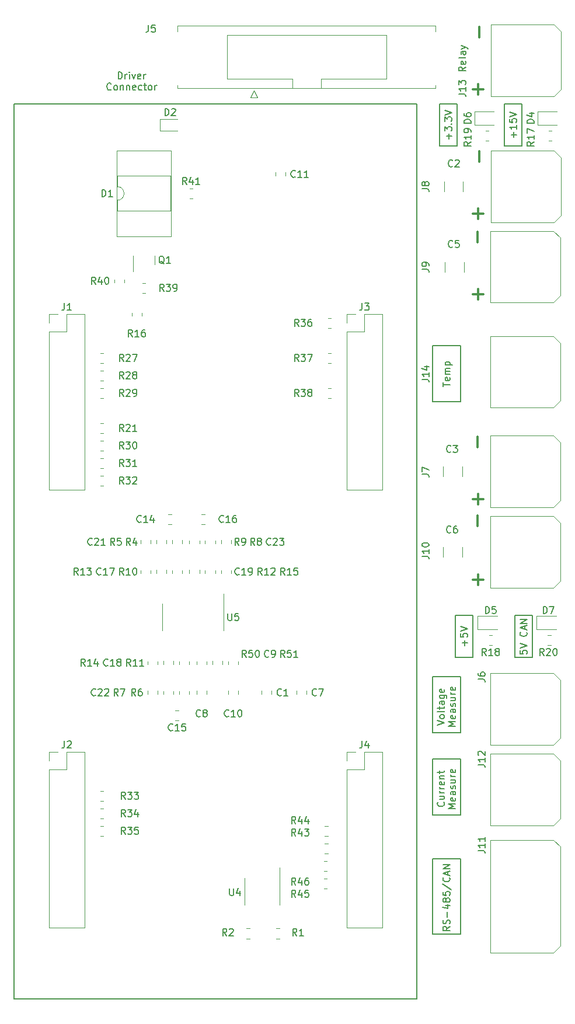
<source format=gbr>
%TF.GenerationSoftware,KiCad,Pcbnew,(6.0.1)*%
%TF.CreationDate,2022-08-22T15:26:47+03:00*%
%TF.ProjectId,Launch-Adapter,4c61756e-6368-42d4-9164-61707465722e,rev?*%
%TF.SameCoordinates,Original*%
%TF.FileFunction,Legend,Top*%
%TF.FilePolarity,Positive*%
%FSLAX46Y46*%
G04 Gerber Fmt 4.6, Leading zero omitted, Abs format (unit mm)*
G04 Created by KiCad (PCBNEW (6.0.1)) date 2022-08-22 15:26:47*
%MOMM*%
%LPD*%
G01*
G04 APERTURE LIST*
%ADD10C,0.150000*%
%ADD11C,0.300000*%
%ADD12C,0.120000*%
G04 APERTURE END LIST*
D10*
X117348000Y-115062000D02*
X121412000Y-115062000D01*
X121412000Y-115062000D02*
X121412000Y-123190000D01*
X121412000Y-123190000D02*
X117348000Y-123190000D01*
X117348000Y-123190000D02*
X117348000Y-115062000D01*
X120650000Y-106172000D02*
X123190000Y-106172000D01*
X123190000Y-106172000D02*
X123190000Y-112268000D01*
X123190000Y-112268000D02*
X120650000Y-112268000D01*
X120650000Y-112268000D02*
X120650000Y-106172000D01*
X115062000Y-32004000D02*
X56642000Y-32004000D01*
X56642000Y-32004000D02*
X56642000Y-161798000D01*
X56642000Y-161798000D02*
X115062000Y-161798000D01*
X115062000Y-161798000D02*
X115062000Y-32004000D01*
X117348000Y-67056000D02*
X121412000Y-67056000D01*
X121412000Y-67056000D02*
X121412000Y-75184000D01*
X121412000Y-75184000D02*
X117348000Y-75184000D01*
X117348000Y-75184000D02*
X117348000Y-67056000D01*
X127762000Y-32004000D02*
X130302000Y-32004000D01*
X130302000Y-32004000D02*
X130302000Y-38100000D01*
X130302000Y-38100000D02*
X127762000Y-38100000D01*
X127762000Y-38100000D02*
X127762000Y-32004000D01*
X117348000Y-141478000D02*
X121412000Y-141478000D01*
X121412000Y-141478000D02*
X121412000Y-152400000D01*
X121412000Y-152400000D02*
X117348000Y-152400000D01*
X117348000Y-152400000D02*
X117348000Y-141478000D01*
X117348000Y-127000000D02*
X121412000Y-127000000D01*
X121412000Y-127000000D02*
X121412000Y-135128000D01*
X121412000Y-135128000D02*
X117348000Y-135128000D01*
X117348000Y-135128000D02*
X117348000Y-127000000D01*
X129286000Y-106172000D02*
X131826000Y-106172000D01*
X131826000Y-106172000D02*
X131826000Y-112268000D01*
X131826000Y-112268000D02*
X129286000Y-112268000D01*
X129286000Y-112268000D02*
X129286000Y-106172000D01*
X118364000Y-32004000D02*
X120904000Y-32004000D01*
X120904000Y-32004000D02*
X120904000Y-38100000D01*
X120904000Y-38100000D02*
X118364000Y-38100000D01*
X118364000Y-38100000D02*
X118364000Y-32004000D01*
X118027380Y-122046666D02*
X119027380Y-121713333D01*
X118027380Y-121380000D01*
X119027380Y-120903809D02*
X118979761Y-120999047D01*
X118932142Y-121046666D01*
X118836904Y-121094285D01*
X118551190Y-121094285D01*
X118455952Y-121046666D01*
X118408333Y-120999047D01*
X118360714Y-120903809D01*
X118360714Y-120760952D01*
X118408333Y-120665714D01*
X118455952Y-120618095D01*
X118551190Y-120570476D01*
X118836904Y-120570476D01*
X118932142Y-120618095D01*
X118979761Y-120665714D01*
X119027380Y-120760952D01*
X119027380Y-120903809D01*
X119027380Y-119999047D02*
X118979761Y-120094285D01*
X118884523Y-120141904D01*
X118027380Y-120141904D01*
X118360714Y-119760952D02*
X118360714Y-119380000D01*
X118027380Y-119618095D02*
X118884523Y-119618095D01*
X118979761Y-119570476D01*
X119027380Y-119475238D01*
X119027380Y-119380000D01*
X119027380Y-118618095D02*
X118503571Y-118618095D01*
X118408333Y-118665714D01*
X118360714Y-118760952D01*
X118360714Y-118951428D01*
X118408333Y-119046666D01*
X118979761Y-118618095D02*
X119027380Y-118713333D01*
X119027380Y-118951428D01*
X118979761Y-119046666D01*
X118884523Y-119094285D01*
X118789285Y-119094285D01*
X118694047Y-119046666D01*
X118646428Y-118951428D01*
X118646428Y-118713333D01*
X118598809Y-118618095D01*
X118360714Y-117713333D02*
X119170238Y-117713333D01*
X119265476Y-117760952D01*
X119313095Y-117808571D01*
X119360714Y-117903809D01*
X119360714Y-118046666D01*
X119313095Y-118141904D01*
X118979761Y-117713333D02*
X119027380Y-117808571D01*
X119027380Y-117999047D01*
X118979761Y-118094285D01*
X118932142Y-118141904D01*
X118836904Y-118189523D01*
X118551190Y-118189523D01*
X118455952Y-118141904D01*
X118408333Y-118094285D01*
X118360714Y-117999047D01*
X118360714Y-117808571D01*
X118408333Y-117713333D01*
X118979761Y-116856190D02*
X119027380Y-116951428D01*
X119027380Y-117141904D01*
X118979761Y-117237142D01*
X118884523Y-117284761D01*
X118503571Y-117284761D01*
X118408333Y-117237142D01*
X118360714Y-117141904D01*
X118360714Y-116951428D01*
X118408333Y-116856190D01*
X118503571Y-116808571D01*
X118598809Y-116808571D01*
X118694047Y-117284761D01*
X120637380Y-122189523D02*
X119637380Y-122189523D01*
X120351666Y-121856190D01*
X119637380Y-121522857D01*
X120637380Y-121522857D01*
X120589761Y-120665714D02*
X120637380Y-120760952D01*
X120637380Y-120951428D01*
X120589761Y-121046666D01*
X120494523Y-121094285D01*
X120113571Y-121094285D01*
X120018333Y-121046666D01*
X119970714Y-120951428D01*
X119970714Y-120760952D01*
X120018333Y-120665714D01*
X120113571Y-120618095D01*
X120208809Y-120618095D01*
X120304047Y-121094285D01*
X120637380Y-119760952D02*
X120113571Y-119760952D01*
X120018333Y-119808571D01*
X119970714Y-119903809D01*
X119970714Y-120094285D01*
X120018333Y-120189523D01*
X120589761Y-119760952D02*
X120637380Y-119856190D01*
X120637380Y-120094285D01*
X120589761Y-120189523D01*
X120494523Y-120237142D01*
X120399285Y-120237142D01*
X120304047Y-120189523D01*
X120256428Y-120094285D01*
X120256428Y-119856190D01*
X120208809Y-119760952D01*
X120589761Y-119332380D02*
X120637380Y-119237142D01*
X120637380Y-119046666D01*
X120589761Y-118951428D01*
X120494523Y-118903809D01*
X120446904Y-118903809D01*
X120351666Y-118951428D01*
X120304047Y-119046666D01*
X120304047Y-119189523D01*
X120256428Y-119284761D01*
X120161190Y-119332380D01*
X120113571Y-119332380D01*
X120018333Y-119284761D01*
X119970714Y-119189523D01*
X119970714Y-119046666D01*
X120018333Y-118951428D01*
X119970714Y-118046666D02*
X120637380Y-118046666D01*
X119970714Y-118475238D02*
X120494523Y-118475238D01*
X120589761Y-118427619D01*
X120637380Y-118332380D01*
X120637380Y-118189523D01*
X120589761Y-118094285D01*
X120542142Y-118046666D01*
X120637380Y-117570476D02*
X119970714Y-117570476D01*
X120161190Y-117570476D02*
X120065952Y-117522857D01*
X120018333Y-117475238D01*
X119970714Y-117380000D01*
X119970714Y-117284761D01*
X120589761Y-116570476D02*
X120637380Y-116665714D01*
X120637380Y-116856190D01*
X120589761Y-116951428D01*
X120494523Y-116999047D01*
X120113571Y-116999047D01*
X120018333Y-116951428D01*
X119970714Y-116856190D01*
X119970714Y-116665714D01*
X120018333Y-116570476D01*
X120113571Y-116522857D01*
X120208809Y-116522857D01*
X120304047Y-116999047D01*
X118832380Y-72953333D02*
X118832380Y-72381904D01*
X119832380Y-72667619D02*
X118832380Y-72667619D01*
X119784761Y-71667619D02*
X119832380Y-71762857D01*
X119832380Y-71953333D01*
X119784761Y-72048571D01*
X119689523Y-72096190D01*
X119308571Y-72096190D01*
X119213333Y-72048571D01*
X119165714Y-71953333D01*
X119165714Y-71762857D01*
X119213333Y-71667619D01*
X119308571Y-71620000D01*
X119403809Y-71620000D01*
X119499047Y-72096190D01*
X119832380Y-71191428D02*
X119165714Y-71191428D01*
X119260952Y-71191428D02*
X119213333Y-71143809D01*
X119165714Y-71048571D01*
X119165714Y-70905714D01*
X119213333Y-70810476D01*
X119308571Y-70762857D01*
X119832380Y-70762857D01*
X119308571Y-70762857D02*
X119213333Y-70715238D01*
X119165714Y-70620000D01*
X119165714Y-70477142D01*
X119213333Y-70381904D01*
X119308571Y-70334285D01*
X119832380Y-70334285D01*
X119165714Y-69858095D02*
X120165714Y-69858095D01*
X119213333Y-69858095D02*
X119165714Y-69762857D01*
X119165714Y-69572380D01*
X119213333Y-69477142D01*
X119260952Y-69429523D01*
X119356190Y-69381904D01*
X119641904Y-69381904D01*
X119737142Y-69429523D01*
X119784761Y-69477142D01*
X119832380Y-69572380D01*
X119832380Y-69762857D01*
X119784761Y-69858095D01*
D11*
X123840857Y-93217904D02*
X123840857Y-91694095D01*
D10*
X119705428Y-37052000D02*
X119705428Y-36290095D01*
X120086380Y-36671047D02*
X119324476Y-36671047D01*
X119086380Y-35909142D02*
X119086380Y-35290095D01*
X119467333Y-35623428D01*
X119467333Y-35480571D01*
X119514952Y-35385333D01*
X119562571Y-35337714D01*
X119657809Y-35290095D01*
X119895904Y-35290095D01*
X119991142Y-35337714D01*
X120038761Y-35385333D01*
X120086380Y-35480571D01*
X120086380Y-35766285D01*
X120038761Y-35861523D01*
X119991142Y-35909142D01*
X119991142Y-34861523D02*
X120038761Y-34813904D01*
X120086380Y-34861523D01*
X120038761Y-34909142D01*
X119991142Y-34861523D01*
X120086380Y-34861523D01*
X119086380Y-34480571D02*
X119086380Y-33861523D01*
X119467333Y-34194857D01*
X119467333Y-34052000D01*
X119514952Y-33956761D01*
X119562571Y-33909142D01*
X119657809Y-33861523D01*
X119895904Y-33861523D01*
X119991142Y-33909142D01*
X120038761Y-33956761D01*
X120086380Y-34052000D01*
X120086380Y-34337714D01*
X120038761Y-34432952D01*
X119991142Y-34480571D01*
X119086380Y-33575809D02*
X120086380Y-33242476D01*
X119086380Y-32909142D01*
X118932142Y-133246571D02*
X118979761Y-133294190D01*
X119027380Y-133437047D01*
X119027380Y-133532285D01*
X118979761Y-133675142D01*
X118884523Y-133770380D01*
X118789285Y-133818000D01*
X118598809Y-133865619D01*
X118455952Y-133865619D01*
X118265476Y-133818000D01*
X118170238Y-133770380D01*
X118075000Y-133675142D01*
X118027380Y-133532285D01*
X118027380Y-133437047D01*
X118075000Y-133294190D01*
X118122619Y-133246571D01*
X118360714Y-132389428D02*
X119027380Y-132389428D01*
X118360714Y-132818000D02*
X118884523Y-132818000D01*
X118979761Y-132770380D01*
X119027380Y-132675142D01*
X119027380Y-132532285D01*
X118979761Y-132437047D01*
X118932142Y-132389428D01*
X119027380Y-131913238D02*
X118360714Y-131913238D01*
X118551190Y-131913238D02*
X118455952Y-131865619D01*
X118408333Y-131818000D01*
X118360714Y-131722761D01*
X118360714Y-131627523D01*
X119027380Y-131294190D02*
X118360714Y-131294190D01*
X118551190Y-131294190D02*
X118455952Y-131246571D01*
X118408333Y-131198952D01*
X118360714Y-131103714D01*
X118360714Y-131008476D01*
X118979761Y-130294190D02*
X119027380Y-130389428D01*
X119027380Y-130579904D01*
X118979761Y-130675142D01*
X118884523Y-130722761D01*
X118503571Y-130722761D01*
X118408333Y-130675142D01*
X118360714Y-130579904D01*
X118360714Y-130389428D01*
X118408333Y-130294190D01*
X118503571Y-130246571D01*
X118598809Y-130246571D01*
X118694047Y-130722761D01*
X118360714Y-129818000D02*
X119027380Y-129818000D01*
X118455952Y-129818000D02*
X118408333Y-129770380D01*
X118360714Y-129675142D01*
X118360714Y-129532285D01*
X118408333Y-129437047D01*
X118503571Y-129389428D01*
X119027380Y-129389428D01*
X118360714Y-129056095D02*
X118360714Y-128675142D01*
X118027380Y-128913238D02*
X118884523Y-128913238D01*
X118979761Y-128865619D01*
X119027380Y-128770380D01*
X119027380Y-128675142D01*
X120637380Y-134127523D02*
X119637380Y-134127523D01*
X120351666Y-133794190D01*
X119637380Y-133460857D01*
X120637380Y-133460857D01*
X120589761Y-132603714D02*
X120637380Y-132698952D01*
X120637380Y-132889428D01*
X120589761Y-132984666D01*
X120494523Y-133032285D01*
X120113571Y-133032285D01*
X120018333Y-132984666D01*
X119970714Y-132889428D01*
X119970714Y-132698952D01*
X120018333Y-132603714D01*
X120113571Y-132556095D01*
X120208809Y-132556095D01*
X120304047Y-133032285D01*
X120637380Y-131698952D02*
X120113571Y-131698952D01*
X120018333Y-131746571D01*
X119970714Y-131841809D01*
X119970714Y-132032285D01*
X120018333Y-132127523D01*
X120589761Y-131698952D02*
X120637380Y-131794190D01*
X120637380Y-132032285D01*
X120589761Y-132127523D01*
X120494523Y-132175142D01*
X120399285Y-132175142D01*
X120304047Y-132127523D01*
X120256428Y-132032285D01*
X120256428Y-131794190D01*
X120208809Y-131698952D01*
X120589761Y-131270380D02*
X120637380Y-131175142D01*
X120637380Y-130984666D01*
X120589761Y-130889428D01*
X120494523Y-130841809D01*
X120446904Y-130841809D01*
X120351666Y-130889428D01*
X120304047Y-130984666D01*
X120304047Y-131127523D01*
X120256428Y-131222761D01*
X120161190Y-131270380D01*
X120113571Y-131270380D01*
X120018333Y-131222761D01*
X119970714Y-131127523D01*
X119970714Y-130984666D01*
X120018333Y-130889428D01*
X119970714Y-129984666D02*
X120637380Y-129984666D01*
X119970714Y-130413238D02*
X120494523Y-130413238D01*
X120589761Y-130365619D01*
X120637380Y-130270380D01*
X120637380Y-130127523D01*
X120589761Y-130032285D01*
X120542142Y-129984666D01*
X120637380Y-129508476D02*
X119970714Y-129508476D01*
X120161190Y-129508476D02*
X120065952Y-129460857D01*
X120018333Y-129413238D01*
X119970714Y-129318000D01*
X119970714Y-129222761D01*
X120589761Y-128508476D02*
X120637380Y-128603714D01*
X120637380Y-128794190D01*
X120589761Y-128889428D01*
X120494523Y-128937047D01*
X120113571Y-128937047D01*
X120018333Y-128889428D01*
X119970714Y-128794190D01*
X119970714Y-128603714D01*
X120018333Y-128508476D01*
X120113571Y-128460857D01*
X120208809Y-128460857D01*
X120304047Y-128937047D01*
X71731428Y-28349380D02*
X71731428Y-27349380D01*
X71969523Y-27349380D01*
X72112380Y-27397000D01*
X72207619Y-27492238D01*
X72255238Y-27587476D01*
X72302857Y-27777952D01*
X72302857Y-27920809D01*
X72255238Y-28111285D01*
X72207619Y-28206523D01*
X72112380Y-28301761D01*
X71969523Y-28349380D01*
X71731428Y-28349380D01*
X72731428Y-28349380D02*
X72731428Y-27682714D01*
X72731428Y-27873190D02*
X72779047Y-27777952D01*
X72826666Y-27730333D01*
X72921904Y-27682714D01*
X73017142Y-27682714D01*
X73350476Y-28349380D02*
X73350476Y-27682714D01*
X73350476Y-27349380D02*
X73302857Y-27397000D01*
X73350476Y-27444619D01*
X73398095Y-27397000D01*
X73350476Y-27349380D01*
X73350476Y-27444619D01*
X73731428Y-27682714D02*
X73969523Y-28349380D01*
X74207619Y-27682714D01*
X74969523Y-28301761D02*
X74874285Y-28349380D01*
X74683809Y-28349380D01*
X74588571Y-28301761D01*
X74540952Y-28206523D01*
X74540952Y-27825571D01*
X74588571Y-27730333D01*
X74683809Y-27682714D01*
X74874285Y-27682714D01*
X74969523Y-27730333D01*
X75017142Y-27825571D01*
X75017142Y-27920809D01*
X74540952Y-28016047D01*
X75445714Y-28349380D02*
X75445714Y-27682714D01*
X75445714Y-27873190D02*
X75493333Y-27777952D01*
X75540952Y-27730333D01*
X75636190Y-27682714D01*
X75731428Y-27682714D01*
X70707619Y-29864142D02*
X70660000Y-29911761D01*
X70517142Y-29959380D01*
X70421904Y-29959380D01*
X70279047Y-29911761D01*
X70183809Y-29816523D01*
X70136190Y-29721285D01*
X70088571Y-29530809D01*
X70088571Y-29387952D01*
X70136190Y-29197476D01*
X70183809Y-29102238D01*
X70279047Y-29007000D01*
X70421904Y-28959380D01*
X70517142Y-28959380D01*
X70660000Y-29007000D01*
X70707619Y-29054619D01*
X71279047Y-29959380D02*
X71183809Y-29911761D01*
X71136190Y-29864142D01*
X71088571Y-29768904D01*
X71088571Y-29483190D01*
X71136190Y-29387952D01*
X71183809Y-29340333D01*
X71279047Y-29292714D01*
X71421904Y-29292714D01*
X71517142Y-29340333D01*
X71564761Y-29387952D01*
X71612380Y-29483190D01*
X71612380Y-29768904D01*
X71564761Y-29864142D01*
X71517142Y-29911761D01*
X71421904Y-29959380D01*
X71279047Y-29959380D01*
X72040952Y-29292714D02*
X72040952Y-29959380D01*
X72040952Y-29387952D02*
X72088571Y-29340333D01*
X72183809Y-29292714D01*
X72326666Y-29292714D01*
X72421904Y-29340333D01*
X72469523Y-29435571D01*
X72469523Y-29959380D01*
X72945714Y-29292714D02*
X72945714Y-29959380D01*
X72945714Y-29387952D02*
X72993333Y-29340333D01*
X73088571Y-29292714D01*
X73231428Y-29292714D01*
X73326666Y-29340333D01*
X73374285Y-29435571D01*
X73374285Y-29959380D01*
X74231428Y-29911761D02*
X74136190Y-29959380D01*
X73945714Y-29959380D01*
X73850476Y-29911761D01*
X73802857Y-29816523D01*
X73802857Y-29435571D01*
X73850476Y-29340333D01*
X73945714Y-29292714D01*
X74136190Y-29292714D01*
X74231428Y-29340333D01*
X74279047Y-29435571D01*
X74279047Y-29530809D01*
X73802857Y-29626047D01*
X75136190Y-29911761D02*
X75040952Y-29959380D01*
X74850476Y-29959380D01*
X74755238Y-29911761D01*
X74707619Y-29864142D01*
X74660000Y-29768904D01*
X74660000Y-29483190D01*
X74707619Y-29387952D01*
X74755238Y-29340333D01*
X74850476Y-29292714D01*
X75040952Y-29292714D01*
X75136190Y-29340333D01*
X75421904Y-29292714D02*
X75802857Y-29292714D01*
X75564761Y-28959380D02*
X75564761Y-29816523D01*
X75612380Y-29911761D01*
X75707619Y-29959380D01*
X75802857Y-29959380D01*
X76279047Y-29959380D02*
X76183809Y-29911761D01*
X76136190Y-29864142D01*
X76088571Y-29768904D01*
X76088571Y-29483190D01*
X76136190Y-29387952D01*
X76183809Y-29340333D01*
X76279047Y-29292714D01*
X76421904Y-29292714D01*
X76517142Y-29340333D01*
X76564761Y-29387952D01*
X76612380Y-29483190D01*
X76612380Y-29768904D01*
X76564761Y-29864142D01*
X76517142Y-29911761D01*
X76421904Y-29959380D01*
X76279047Y-29959380D01*
X77040952Y-29959380D02*
X77040952Y-29292714D01*
X77040952Y-29483190D02*
X77088571Y-29387952D01*
X77136190Y-29340333D01*
X77231428Y-29292714D01*
X77326666Y-29292714D01*
D11*
X123190095Y-29860857D02*
X124713904Y-29860857D01*
X123952000Y-30622761D02*
X123952000Y-29098952D01*
X123190095Y-89296857D02*
X124713904Y-89296857D01*
X123952000Y-90058761D02*
X123952000Y-88534952D01*
X123840857Y-81787904D02*
X123840857Y-80264095D01*
D10*
X122118380Y-26614285D02*
X121642190Y-26947619D01*
X122118380Y-27185714D02*
X121118380Y-27185714D01*
X121118380Y-26804761D01*
X121166000Y-26709523D01*
X121213619Y-26661904D01*
X121308857Y-26614285D01*
X121451714Y-26614285D01*
X121546952Y-26661904D01*
X121594571Y-26709523D01*
X121642190Y-26804761D01*
X121642190Y-27185714D01*
X122070761Y-25804761D02*
X122118380Y-25900000D01*
X122118380Y-26090476D01*
X122070761Y-26185714D01*
X121975523Y-26233333D01*
X121594571Y-26233333D01*
X121499333Y-26185714D01*
X121451714Y-26090476D01*
X121451714Y-25900000D01*
X121499333Y-25804761D01*
X121594571Y-25757142D01*
X121689809Y-25757142D01*
X121785047Y-26233333D01*
X122118380Y-25185714D02*
X122070761Y-25280952D01*
X121975523Y-25328571D01*
X121118380Y-25328571D01*
X122118380Y-24376190D02*
X121594571Y-24376190D01*
X121499333Y-24423809D01*
X121451714Y-24519047D01*
X121451714Y-24709523D01*
X121499333Y-24804761D01*
X122070761Y-24376190D02*
X122118380Y-24471428D01*
X122118380Y-24709523D01*
X122070761Y-24804761D01*
X121975523Y-24852380D01*
X121880285Y-24852380D01*
X121785047Y-24804761D01*
X121737428Y-24709523D01*
X121737428Y-24471428D01*
X121689809Y-24376190D01*
X121451714Y-23995238D02*
X122118380Y-23757142D01*
X121451714Y-23519047D02*
X122118380Y-23757142D01*
X122356476Y-23852380D01*
X122404095Y-23900000D01*
X122451714Y-23995238D01*
D11*
X123190095Y-59578857D02*
X124713904Y-59578857D01*
X123952000Y-60340761D02*
X123952000Y-58816952D01*
X123840857Y-52069904D02*
X123840857Y-50546095D01*
X123190095Y-47894857D02*
X124713904Y-47894857D01*
X123952000Y-48656761D02*
X123952000Y-47132952D01*
X123190095Y-100980857D02*
X124713904Y-100980857D01*
X123952000Y-101742761D02*
X123952000Y-100218952D01*
D10*
X129103428Y-36813904D02*
X129103428Y-36052000D01*
X129484380Y-36432952D02*
X128722476Y-36432952D01*
X129484380Y-35052000D02*
X129484380Y-35623428D01*
X129484380Y-35337714D02*
X128484380Y-35337714D01*
X128627238Y-35432952D01*
X128722476Y-35528190D01*
X128770095Y-35623428D01*
X128484380Y-34147238D02*
X128484380Y-34623428D01*
X128960571Y-34671047D01*
X128912952Y-34623428D01*
X128865333Y-34528190D01*
X128865333Y-34290095D01*
X128912952Y-34194857D01*
X128960571Y-34147238D01*
X129055809Y-34099619D01*
X129293904Y-34099619D01*
X129389142Y-34147238D01*
X129436761Y-34194857D01*
X129484380Y-34290095D01*
X129484380Y-34528190D01*
X129436761Y-34623428D01*
X129389142Y-34671047D01*
X128484380Y-33813904D02*
X129484380Y-33480571D01*
X128484380Y-33147238D01*
X119832380Y-151256476D02*
X119356190Y-151589809D01*
X119832380Y-151827904D02*
X118832380Y-151827904D01*
X118832380Y-151446952D01*
X118880000Y-151351714D01*
X118927619Y-151304095D01*
X119022857Y-151256476D01*
X119165714Y-151256476D01*
X119260952Y-151304095D01*
X119308571Y-151351714D01*
X119356190Y-151446952D01*
X119356190Y-151827904D01*
X119784761Y-150875523D02*
X119832380Y-150732666D01*
X119832380Y-150494571D01*
X119784761Y-150399333D01*
X119737142Y-150351714D01*
X119641904Y-150304095D01*
X119546666Y-150304095D01*
X119451428Y-150351714D01*
X119403809Y-150399333D01*
X119356190Y-150494571D01*
X119308571Y-150685047D01*
X119260952Y-150780285D01*
X119213333Y-150827904D01*
X119118095Y-150875523D01*
X119022857Y-150875523D01*
X118927619Y-150827904D01*
X118880000Y-150780285D01*
X118832380Y-150685047D01*
X118832380Y-150446952D01*
X118880000Y-150304095D01*
X119451428Y-149875523D02*
X119451428Y-149113619D01*
X119165714Y-148208857D02*
X119832380Y-148208857D01*
X118784761Y-148446952D02*
X119499047Y-148685047D01*
X119499047Y-148066000D01*
X119260952Y-147542190D02*
X119213333Y-147637428D01*
X119165714Y-147685047D01*
X119070476Y-147732666D01*
X119022857Y-147732666D01*
X118927619Y-147685047D01*
X118880000Y-147637428D01*
X118832380Y-147542190D01*
X118832380Y-147351714D01*
X118880000Y-147256476D01*
X118927619Y-147208857D01*
X119022857Y-147161238D01*
X119070476Y-147161238D01*
X119165714Y-147208857D01*
X119213333Y-147256476D01*
X119260952Y-147351714D01*
X119260952Y-147542190D01*
X119308571Y-147637428D01*
X119356190Y-147685047D01*
X119451428Y-147732666D01*
X119641904Y-147732666D01*
X119737142Y-147685047D01*
X119784761Y-147637428D01*
X119832380Y-147542190D01*
X119832380Y-147351714D01*
X119784761Y-147256476D01*
X119737142Y-147208857D01*
X119641904Y-147161238D01*
X119451428Y-147161238D01*
X119356190Y-147208857D01*
X119308571Y-147256476D01*
X119260952Y-147351714D01*
X118832380Y-146256476D02*
X118832380Y-146732666D01*
X119308571Y-146780285D01*
X119260952Y-146732666D01*
X119213333Y-146637428D01*
X119213333Y-146399333D01*
X119260952Y-146304095D01*
X119308571Y-146256476D01*
X119403809Y-146208857D01*
X119641904Y-146208857D01*
X119737142Y-146256476D01*
X119784761Y-146304095D01*
X119832380Y-146399333D01*
X119832380Y-146637428D01*
X119784761Y-146732666D01*
X119737142Y-146780285D01*
X118784761Y-145066000D02*
X120070476Y-145923142D01*
X119737142Y-144161238D02*
X119784761Y-144208857D01*
X119832380Y-144351714D01*
X119832380Y-144446952D01*
X119784761Y-144589809D01*
X119689523Y-144685047D01*
X119594285Y-144732666D01*
X119403809Y-144780285D01*
X119260952Y-144780285D01*
X119070476Y-144732666D01*
X118975238Y-144685047D01*
X118880000Y-144589809D01*
X118832380Y-144446952D01*
X118832380Y-144351714D01*
X118880000Y-144208857D01*
X118927619Y-144161238D01*
X119546666Y-143780285D02*
X119546666Y-143304095D01*
X119832380Y-143875523D02*
X118832380Y-143542190D01*
X119832380Y-143208857D01*
X119832380Y-142875523D02*
X118832380Y-142875523D01*
X119832380Y-142304095D01*
X118832380Y-142304095D01*
X121991428Y-110505714D02*
X121991428Y-109743809D01*
X122372380Y-110124761D02*
X121610476Y-110124761D01*
X121372380Y-108791428D02*
X121372380Y-109267619D01*
X121848571Y-109315238D01*
X121800952Y-109267619D01*
X121753333Y-109172380D01*
X121753333Y-108934285D01*
X121800952Y-108839047D01*
X121848571Y-108791428D01*
X121943809Y-108743809D01*
X122181904Y-108743809D01*
X122277142Y-108791428D01*
X122324761Y-108839047D01*
X122372380Y-108934285D01*
X122372380Y-109172380D01*
X122324761Y-109267619D01*
X122277142Y-109315238D01*
X121372380Y-108458095D02*
X122372380Y-108124761D01*
X121372380Y-107791428D01*
D11*
X124094857Y-22351904D02*
X124094857Y-20828095D01*
D10*
X130008380Y-111243809D02*
X130008380Y-111720000D01*
X130484571Y-111767619D01*
X130436952Y-111720000D01*
X130389333Y-111624761D01*
X130389333Y-111386666D01*
X130436952Y-111291428D01*
X130484571Y-111243809D01*
X130579809Y-111196190D01*
X130817904Y-111196190D01*
X130913142Y-111243809D01*
X130960761Y-111291428D01*
X131008380Y-111386666D01*
X131008380Y-111624761D01*
X130960761Y-111720000D01*
X130913142Y-111767619D01*
X130008380Y-110910476D02*
X131008380Y-110577142D01*
X130008380Y-110243809D01*
X130913142Y-108577142D02*
X130960761Y-108624761D01*
X131008380Y-108767619D01*
X131008380Y-108862857D01*
X130960761Y-109005714D01*
X130865523Y-109100952D01*
X130770285Y-109148571D01*
X130579809Y-109196190D01*
X130436952Y-109196190D01*
X130246476Y-109148571D01*
X130151238Y-109100952D01*
X130056000Y-109005714D01*
X130008380Y-108862857D01*
X130008380Y-108767619D01*
X130056000Y-108624761D01*
X130103619Y-108577142D01*
X130722666Y-108196190D02*
X130722666Y-107720000D01*
X131008380Y-108291428D02*
X130008380Y-107958095D01*
X131008380Y-107624761D01*
X131008380Y-107291428D02*
X130008380Y-107291428D01*
X131008380Y-106720000D01*
X130008380Y-106720000D01*
D11*
X124094857Y-40385904D02*
X124094857Y-38862095D01*
D10*
%TO.C,R28*%
X72509142Y-71826380D02*
X72175809Y-71350190D01*
X71937714Y-71826380D02*
X71937714Y-70826380D01*
X72318666Y-70826380D01*
X72413904Y-70874000D01*
X72461523Y-70921619D01*
X72509142Y-71016857D01*
X72509142Y-71159714D01*
X72461523Y-71254952D01*
X72413904Y-71302571D01*
X72318666Y-71350190D01*
X71937714Y-71350190D01*
X72890095Y-70921619D02*
X72937714Y-70874000D01*
X73032952Y-70826380D01*
X73271047Y-70826380D01*
X73366285Y-70874000D01*
X73413904Y-70921619D01*
X73461523Y-71016857D01*
X73461523Y-71112095D01*
X73413904Y-71254952D01*
X72842476Y-71826380D01*
X73461523Y-71826380D01*
X74032952Y-71254952D02*
X73937714Y-71207333D01*
X73890095Y-71159714D01*
X73842476Y-71064476D01*
X73842476Y-71016857D01*
X73890095Y-70921619D01*
X73937714Y-70874000D01*
X74032952Y-70826380D01*
X74223428Y-70826380D01*
X74318666Y-70874000D01*
X74366285Y-70921619D01*
X74413904Y-71016857D01*
X74413904Y-71064476D01*
X74366285Y-71159714D01*
X74318666Y-71207333D01*
X74223428Y-71254952D01*
X74032952Y-71254952D01*
X73937714Y-71302571D01*
X73890095Y-71350190D01*
X73842476Y-71445428D01*
X73842476Y-71635904D01*
X73890095Y-71731142D01*
X73937714Y-71778761D01*
X74032952Y-71826380D01*
X74223428Y-71826380D01*
X74318666Y-71778761D01*
X74366285Y-71731142D01*
X74413904Y-71635904D01*
X74413904Y-71445428D01*
X74366285Y-71350190D01*
X74318666Y-71302571D01*
X74223428Y-71254952D01*
%TO.C,R31*%
X72509142Y-84526380D02*
X72175809Y-84050190D01*
X71937714Y-84526380D02*
X71937714Y-83526380D01*
X72318666Y-83526380D01*
X72413904Y-83574000D01*
X72461523Y-83621619D01*
X72509142Y-83716857D01*
X72509142Y-83859714D01*
X72461523Y-83954952D01*
X72413904Y-84002571D01*
X72318666Y-84050190D01*
X71937714Y-84050190D01*
X72842476Y-83526380D02*
X73461523Y-83526380D01*
X73128190Y-83907333D01*
X73271047Y-83907333D01*
X73366285Y-83954952D01*
X73413904Y-84002571D01*
X73461523Y-84097809D01*
X73461523Y-84335904D01*
X73413904Y-84431142D01*
X73366285Y-84478761D01*
X73271047Y-84526380D01*
X72985333Y-84526380D01*
X72890095Y-84478761D01*
X72842476Y-84431142D01*
X74413904Y-84526380D02*
X73842476Y-84526380D01*
X74128190Y-84526380D02*
X74128190Y-83526380D01*
X74032952Y-83669238D01*
X73937714Y-83764476D01*
X73842476Y-83812095D01*
%TO.C,R17*%
X132024380Y-37472857D02*
X131548190Y-37806190D01*
X132024380Y-38044285D02*
X131024380Y-38044285D01*
X131024380Y-37663333D01*
X131072000Y-37568095D01*
X131119619Y-37520476D01*
X131214857Y-37472857D01*
X131357714Y-37472857D01*
X131452952Y-37520476D01*
X131500571Y-37568095D01*
X131548190Y-37663333D01*
X131548190Y-38044285D01*
X132024380Y-36520476D02*
X132024380Y-37091904D01*
X132024380Y-36806190D02*
X131024380Y-36806190D01*
X131167238Y-36901428D01*
X131262476Y-36996666D01*
X131310095Y-37091904D01*
X131024380Y-36187142D02*
X131024380Y-35520476D01*
X132024380Y-35949047D01*
%TO.C,C23*%
X93845142Y-95861142D02*
X93797523Y-95908761D01*
X93654666Y-95956380D01*
X93559428Y-95956380D01*
X93416571Y-95908761D01*
X93321333Y-95813523D01*
X93273714Y-95718285D01*
X93226095Y-95527809D01*
X93226095Y-95384952D01*
X93273714Y-95194476D01*
X93321333Y-95099238D01*
X93416571Y-95004000D01*
X93559428Y-94956380D01*
X93654666Y-94956380D01*
X93797523Y-95004000D01*
X93845142Y-95051619D01*
X94226095Y-95051619D02*
X94273714Y-95004000D01*
X94368952Y-94956380D01*
X94607047Y-94956380D01*
X94702285Y-95004000D01*
X94749904Y-95051619D01*
X94797523Y-95146857D01*
X94797523Y-95242095D01*
X94749904Y-95384952D01*
X94178476Y-95956380D01*
X94797523Y-95956380D01*
X95130857Y-94956380D02*
X95749904Y-94956380D01*
X95416571Y-95337333D01*
X95559428Y-95337333D01*
X95654666Y-95384952D01*
X95702285Y-95432571D01*
X95749904Y-95527809D01*
X95749904Y-95765904D01*
X95702285Y-95861142D01*
X95654666Y-95908761D01*
X95559428Y-95956380D01*
X95273714Y-95956380D01*
X95178476Y-95908761D01*
X95130857Y-95861142D01*
%TO.C,R35*%
X72763142Y-137866380D02*
X72429809Y-137390190D01*
X72191714Y-137866380D02*
X72191714Y-136866380D01*
X72572666Y-136866380D01*
X72667904Y-136914000D01*
X72715523Y-136961619D01*
X72763142Y-137056857D01*
X72763142Y-137199714D01*
X72715523Y-137294952D01*
X72667904Y-137342571D01*
X72572666Y-137390190D01*
X72191714Y-137390190D01*
X73096476Y-136866380D02*
X73715523Y-136866380D01*
X73382190Y-137247333D01*
X73525047Y-137247333D01*
X73620285Y-137294952D01*
X73667904Y-137342571D01*
X73715523Y-137437809D01*
X73715523Y-137675904D01*
X73667904Y-137771142D01*
X73620285Y-137818761D01*
X73525047Y-137866380D01*
X73239333Y-137866380D01*
X73144095Y-137818761D01*
X73096476Y-137771142D01*
X74620285Y-136866380D02*
X74144095Y-136866380D01*
X74096476Y-137342571D01*
X74144095Y-137294952D01*
X74239333Y-137247333D01*
X74477428Y-137247333D01*
X74572666Y-137294952D01*
X74620285Y-137342571D01*
X74667904Y-137437809D01*
X74667904Y-137675904D01*
X74620285Y-137771142D01*
X74572666Y-137818761D01*
X74477428Y-137866380D01*
X74239333Y-137866380D01*
X74144095Y-137818761D01*
X74096476Y-137771142D01*
%TO.C,C5*%
X120229333Y-52681142D02*
X120181714Y-52728761D01*
X120038857Y-52776380D01*
X119943619Y-52776380D01*
X119800761Y-52728761D01*
X119705523Y-52633523D01*
X119657904Y-52538285D01*
X119610285Y-52347809D01*
X119610285Y-52204952D01*
X119657904Y-52014476D01*
X119705523Y-51919238D01*
X119800761Y-51824000D01*
X119943619Y-51776380D01*
X120038857Y-51776380D01*
X120181714Y-51824000D01*
X120229333Y-51871619D01*
X121134095Y-51776380D02*
X120657904Y-51776380D01*
X120610285Y-52252571D01*
X120657904Y-52204952D01*
X120753142Y-52157333D01*
X120991238Y-52157333D01*
X121086476Y-52204952D01*
X121134095Y-52252571D01*
X121181714Y-52347809D01*
X121181714Y-52585904D01*
X121134095Y-52681142D01*
X121086476Y-52728761D01*
X120991238Y-52776380D01*
X120753142Y-52776380D01*
X120657904Y-52728761D01*
X120610285Y-52681142D01*
%TO.C,R29*%
X72509142Y-74366380D02*
X72175809Y-73890190D01*
X71937714Y-74366380D02*
X71937714Y-73366380D01*
X72318666Y-73366380D01*
X72413904Y-73414000D01*
X72461523Y-73461619D01*
X72509142Y-73556857D01*
X72509142Y-73699714D01*
X72461523Y-73794952D01*
X72413904Y-73842571D01*
X72318666Y-73890190D01*
X71937714Y-73890190D01*
X72890095Y-73461619D02*
X72937714Y-73414000D01*
X73032952Y-73366380D01*
X73271047Y-73366380D01*
X73366285Y-73414000D01*
X73413904Y-73461619D01*
X73461523Y-73556857D01*
X73461523Y-73652095D01*
X73413904Y-73794952D01*
X72842476Y-74366380D01*
X73461523Y-74366380D01*
X73937714Y-74366380D02*
X74128190Y-74366380D01*
X74223428Y-74318761D01*
X74271047Y-74271142D01*
X74366285Y-74128285D01*
X74413904Y-73937809D01*
X74413904Y-73556857D01*
X74366285Y-73461619D01*
X74318666Y-73414000D01*
X74223428Y-73366380D01*
X74032952Y-73366380D01*
X73937714Y-73414000D01*
X73890095Y-73461619D01*
X73842476Y-73556857D01*
X73842476Y-73794952D01*
X73890095Y-73890190D01*
X73937714Y-73937809D01*
X74032952Y-73985428D01*
X74223428Y-73985428D01*
X74318666Y-73937809D01*
X74366285Y-73890190D01*
X74413904Y-73794952D01*
%TO.C,C1*%
X95384333Y-117705142D02*
X95336714Y-117752761D01*
X95193857Y-117800380D01*
X95098619Y-117800380D01*
X94955761Y-117752761D01*
X94860523Y-117657523D01*
X94812904Y-117562285D01*
X94765285Y-117371809D01*
X94765285Y-117228952D01*
X94812904Y-117038476D01*
X94860523Y-116943238D01*
X94955761Y-116848000D01*
X95098619Y-116800380D01*
X95193857Y-116800380D01*
X95336714Y-116848000D01*
X95384333Y-116895619D01*
X96336714Y-117800380D02*
X95765285Y-117800380D01*
X96051000Y-117800380D02*
X96051000Y-116800380D01*
X95955761Y-116943238D01*
X95860523Y-117038476D01*
X95765285Y-117086095D01*
%TO.C,R20*%
X133469142Y-111958380D02*
X133135809Y-111482190D01*
X132897714Y-111958380D02*
X132897714Y-110958380D01*
X133278666Y-110958380D01*
X133373904Y-111006000D01*
X133421523Y-111053619D01*
X133469142Y-111148857D01*
X133469142Y-111291714D01*
X133421523Y-111386952D01*
X133373904Y-111434571D01*
X133278666Y-111482190D01*
X132897714Y-111482190D01*
X133850095Y-111053619D02*
X133897714Y-111006000D01*
X133992952Y-110958380D01*
X134231047Y-110958380D01*
X134326285Y-111006000D01*
X134373904Y-111053619D01*
X134421523Y-111148857D01*
X134421523Y-111244095D01*
X134373904Y-111386952D01*
X133802476Y-111958380D01*
X134421523Y-111958380D01*
X135040571Y-110958380D02*
X135135809Y-110958380D01*
X135231047Y-111006000D01*
X135278666Y-111053619D01*
X135326285Y-111148857D01*
X135373904Y-111339333D01*
X135373904Y-111577428D01*
X135326285Y-111767904D01*
X135278666Y-111863142D01*
X135231047Y-111910761D01*
X135135809Y-111958380D01*
X135040571Y-111958380D01*
X134945333Y-111910761D01*
X134897714Y-111863142D01*
X134850095Y-111767904D01*
X134802476Y-111577428D01*
X134802476Y-111339333D01*
X134850095Y-111148857D01*
X134897714Y-111053619D01*
X134945333Y-111006000D01*
X135040571Y-110958380D01*
%TO.C,C11*%
X97401142Y-42521142D02*
X97353523Y-42568761D01*
X97210666Y-42616380D01*
X97115428Y-42616380D01*
X96972571Y-42568761D01*
X96877333Y-42473523D01*
X96829714Y-42378285D01*
X96782095Y-42187809D01*
X96782095Y-42044952D01*
X96829714Y-41854476D01*
X96877333Y-41759238D01*
X96972571Y-41664000D01*
X97115428Y-41616380D01*
X97210666Y-41616380D01*
X97353523Y-41664000D01*
X97401142Y-41711619D01*
X98353523Y-42616380D02*
X97782095Y-42616380D01*
X98067809Y-42616380D02*
X98067809Y-41616380D01*
X97972571Y-41759238D01*
X97877333Y-41854476D01*
X97782095Y-41902095D01*
X99305904Y-42616380D02*
X98734476Y-42616380D01*
X99020190Y-42616380D02*
X99020190Y-41616380D01*
X98924952Y-41759238D01*
X98829714Y-41854476D01*
X98734476Y-41902095D01*
%TO.C,J13*%
X121118380Y-30527523D02*
X121832666Y-30527523D01*
X121975523Y-30575142D01*
X122070761Y-30670380D01*
X122118380Y-30813238D01*
X122118380Y-30908476D01*
X122118380Y-29527523D02*
X122118380Y-30098952D01*
X122118380Y-29813238D02*
X121118380Y-29813238D01*
X121261238Y-29908476D01*
X121356476Y-30003714D01*
X121404095Y-30098952D01*
X121118380Y-29194190D02*
X121118380Y-28575142D01*
X121499333Y-28908476D01*
X121499333Y-28765619D01*
X121546952Y-28670380D01*
X121594571Y-28622761D01*
X121689809Y-28575142D01*
X121927904Y-28575142D01*
X122023142Y-28622761D01*
X122070761Y-28670380D01*
X122118380Y-28765619D01*
X122118380Y-29051333D01*
X122070761Y-29146571D01*
X122023142Y-29194190D01*
%TO.C,R38*%
X97909142Y-74366380D02*
X97575809Y-73890190D01*
X97337714Y-74366380D02*
X97337714Y-73366380D01*
X97718666Y-73366380D01*
X97813904Y-73414000D01*
X97861523Y-73461619D01*
X97909142Y-73556857D01*
X97909142Y-73699714D01*
X97861523Y-73794952D01*
X97813904Y-73842571D01*
X97718666Y-73890190D01*
X97337714Y-73890190D01*
X98242476Y-73366380D02*
X98861523Y-73366380D01*
X98528190Y-73747333D01*
X98671047Y-73747333D01*
X98766285Y-73794952D01*
X98813904Y-73842571D01*
X98861523Y-73937809D01*
X98861523Y-74175904D01*
X98813904Y-74271142D01*
X98766285Y-74318761D01*
X98671047Y-74366380D01*
X98385333Y-74366380D01*
X98290095Y-74318761D01*
X98242476Y-74271142D01*
X99432952Y-73794952D02*
X99337714Y-73747333D01*
X99290095Y-73699714D01*
X99242476Y-73604476D01*
X99242476Y-73556857D01*
X99290095Y-73461619D01*
X99337714Y-73414000D01*
X99432952Y-73366380D01*
X99623428Y-73366380D01*
X99718666Y-73414000D01*
X99766285Y-73461619D01*
X99813904Y-73556857D01*
X99813904Y-73604476D01*
X99766285Y-73699714D01*
X99718666Y-73747333D01*
X99623428Y-73794952D01*
X99432952Y-73794952D01*
X99337714Y-73842571D01*
X99290095Y-73890190D01*
X99242476Y-73985428D01*
X99242476Y-74175904D01*
X99290095Y-74271142D01*
X99337714Y-74318761D01*
X99432952Y-74366380D01*
X99623428Y-74366380D01*
X99718666Y-74318761D01*
X99766285Y-74271142D01*
X99813904Y-74175904D01*
X99813904Y-73985428D01*
X99766285Y-73890190D01*
X99718666Y-73842571D01*
X99623428Y-73794952D01*
%TO.C,R8*%
X91527333Y-95956380D02*
X91194000Y-95480190D01*
X90955904Y-95956380D02*
X90955904Y-94956380D01*
X91336857Y-94956380D01*
X91432095Y-95004000D01*
X91479714Y-95051619D01*
X91527333Y-95146857D01*
X91527333Y-95289714D01*
X91479714Y-95384952D01*
X91432095Y-95432571D01*
X91336857Y-95480190D01*
X90955904Y-95480190D01*
X92098761Y-95384952D02*
X92003523Y-95337333D01*
X91955904Y-95289714D01*
X91908285Y-95194476D01*
X91908285Y-95146857D01*
X91955904Y-95051619D01*
X92003523Y-95004000D01*
X92098761Y-94956380D01*
X92289238Y-94956380D01*
X92384476Y-95004000D01*
X92432095Y-95051619D01*
X92479714Y-95146857D01*
X92479714Y-95194476D01*
X92432095Y-95289714D01*
X92384476Y-95337333D01*
X92289238Y-95384952D01*
X92098761Y-95384952D01*
X92003523Y-95432571D01*
X91955904Y-95480190D01*
X91908285Y-95575428D01*
X91908285Y-95765904D01*
X91955904Y-95861142D01*
X92003523Y-95908761D01*
X92098761Y-95956380D01*
X92289238Y-95956380D01*
X92384476Y-95908761D01*
X92432095Y-95861142D01*
X92479714Y-95765904D01*
X92479714Y-95575428D01*
X92432095Y-95480190D01*
X92384476Y-95432571D01*
X92289238Y-95384952D01*
%TO.C,R15*%
X95877142Y-100274380D02*
X95543809Y-99798190D01*
X95305714Y-100274380D02*
X95305714Y-99274380D01*
X95686666Y-99274380D01*
X95781904Y-99322000D01*
X95829523Y-99369619D01*
X95877142Y-99464857D01*
X95877142Y-99607714D01*
X95829523Y-99702952D01*
X95781904Y-99750571D01*
X95686666Y-99798190D01*
X95305714Y-99798190D01*
X96829523Y-100274380D02*
X96258095Y-100274380D01*
X96543809Y-100274380D02*
X96543809Y-99274380D01*
X96448571Y-99417238D01*
X96353333Y-99512476D01*
X96258095Y-99560095D01*
X97734285Y-99274380D02*
X97258095Y-99274380D01*
X97210476Y-99750571D01*
X97258095Y-99702952D01*
X97353333Y-99655333D01*
X97591428Y-99655333D01*
X97686666Y-99702952D01*
X97734285Y-99750571D01*
X97781904Y-99845809D01*
X97781904Y-100083904D01*
X97734285Y-100179142D01*
X97686666Y-100226761D01*
X97591428Y-100274380D01*
X97353333Y-100274380D01*
X97258095Y-100226761D01*
X97210476Y-100179142D01*
%TO.C,J5*%
X76120666Y-20534380D02*
X76120666Y-21248666D01*
X76073047Y-21391523D01*
X75977809Y-21486761D01*
X75834952Y-21534380D01*
X75739714Y-21534380D01*
X77073047Y-20534380D02*
X76596857Y-20534380D01*
X76549238Y-21010571D01*
X76596857Y-20962952D01*
X76692095Y-20915333D01*
X76930190Y-20915333D01*
X77025428Y-20962952D01*
X77073047Y-21010571D01*
X77120666Y-21105809D01*
X77120666Y-21343904D01*
X77073047Y-21439142D01*
X77025428Y-21486761D01*
X76930190Y-21534380D01*
X76692095Y-21534380D01*
X76596857Y-21486761D01*
X76549238Y-21439142D01*
%TO.C,J9*%
X115784380Y-55959333D02*
X116498666Y-55959333D01*
X116641523Y-56006952D01*
X116736761Y-56102190D01*
X116784380Y-56245047D01*
X116784380Y-56340285D01*
X116784380Y-55435523D02*
X116784380Y-55245047D01*
X116736761Y-55149809D01*
X116689142Y-55102190D01*
X116546285Y-55006952D01*
X116355809Y-54959333D01*
X115974857Y-54959333D01*
X115879619Y-55006952D01*
X115832000Y-55054571D01*
X115784380Y-55149809D01*
X115784380Y-55340285D01*
X115832000Y-55435523D01*
X115879619Y-55483142D01*
X115974857Y-55530761D01*
X116212952Y-55530761D01*
X116308190Y-55483142D01*
X116355809Y-55435523D01*
X116403428Y-55340285D01*
X116403428Y-55149809D01*
X116355809Y-55054571D01*
X116308190Y-55006952D01*
X116212952Y-54959333D01*
%TO.C,C19*%
X89273142Y-100179142D02*
X89225523Y-100226761D01*
X89082666Y-100274380D01*
X88987428Y-100274380D01*
X88844571Y-100226761D01*
X88749333Y-100131523D01*
X88701714Y-100036285D01*
X88654095Y-99845809D01*
X88654095Y-99702952D01*
X88701714Y-99512476D01*
X88749333Y-99417238D01*
X88844571Y-99322000D01*
X88987428Y-99274380D01*
X89082666Y-99274380D01*
X89225523Y-99322000D01*
X89273142Y-99369619D01*
X90225523Y-100274380D02*
X89654095Y-100274380D01*
X89939809Y-100274380D02*
X89939809Y-99274380D01*
X89844571Y-99417238D01*
X89749333Y-99512476D01*
X89654095Y-99560095D01*
X90701714Y-100274380D02*
X90892190Y-100274380D01*
X90987428Y-100226761D01*
X91035047Y-100179142D01*
X91130285Y-100036285D01*
X91177904Y-99845809D01*
X91177904Y-99464857D01*
X91130285Y-99369619D01*
X91082666Y-99322000D01*
X90987428Y-99274380D01*
X90796952Y-99274380D01*
X90701714Y-99322000D01*
X90654095Y-99369619D01*
X90606476Y-99464857D01*
X90606476Y-99702952D01*
X90654095Y-99798190D01*
X90701714Y-99845809D01*
X90796952Y-99893428D01*
X90987428Y-99893428D01*
X91082666Y-99845809D01*
X91130285Y-99798190D01*
X91177904Y-99702952D01*
%TO.C,R11*%
X73525142Y-113482380D02*
X73191809Y-113006190D01*
X72953714Y-113482380D02*
X72953714Y-112482380D01*
X73334666Y-112482380D01*
X73429904Y-112530000D01*
X73477523Y-112577619D01*
X73525142Y-112672857D01*
X73525142Y-112815714D01*
X73477523Y-112910952D01*
X73429904Y-112958571D01*
X73334666Y-113006190D01*
X72953714Y-113006190D01*
X74477523Y-113482380D02*
X73906095Y-113482380D01*
X74191809Y-113482380D02*
X74191809Y-112482380D01*
X74096571Y-112625238D01*
X74001333Y-112720476D01*
X73906095Y-112768095D01*
X75429904Y-113482380D02*
X74858476Y-113482380D01*
X75144190Y-113482380D02*
X75144190Y-112482380D01*
X75048952Y-112625238D01*
X74953714Y-112720476D01*
X74858476Y-112768095D01*
%TO.C,C18*%
X70223142Y-113387142D02*
X70175523Y-113434761D01*
X70032666Y-113482380D01*
X69937428Y-113482380D01*
X69794571Y-113434761D01*
X69699333Y-113339523D01*
X69651714Y-113244285D01*
X69604095Y-113053809D01*
X69604095Y-112910952D01*
X69651714Y-112720476D01*
X69699333Y-112625238D01*
X69794571Y-112530000D01*
X69937428Y-112482380D01*
X70032666Y-112482380D01*
X70175523Y-112530000D01*
X70223142Y-112577619D01*
X71175523Y-113482380D02*
X70604095Y-113482380D01*
X70889809Y-113482380D02*
X70889809Y-112482380D01*
X70794571Y-112625238D01*
X70699333Y-112720476D01*
X70604095Y-112768095D01*
X71746952Y-112910952D02*
X71651714Y-112863333D01*
X71604095Y-112815714D01*
X71556476Y-112720476D01*
X71556476Y-112672857D01*
X71604095Y-112577619D01*
X71651714Y-112530000D01*
X71746952Y-112482380D01*
X71937428Y-112482380D01*
X72032666Y-112530000D01*
X72080285Y-112577619D01*
X72127904Y-112672857D01*
X72127904Y-112720476D01*
X72080285Y-112815714D01*
X72032666Y-112863333D01*
X71937428Y-112910952D01*
X71746952Y-112910952D01*
X71651714Y-112958571D01*
X71604095Y-113006190D01*
X71556476Y-113101428D01*
X71556476Y-113291904D01*
X71604095Y-113387142D01*
X71651714Y-113434761D01*
X71746952Y-113482380D01*
X71937428Y-113482380D01*
X72032666Y-113434761D01*
X72080285Y-113387142D01*
X72127904Y-113291904D01*
X72127904Y-113101428D01*
X72080285Y-113006190D01*
X72032666Y-112958571D01*
X71937428Y-112910952D01*
%TO.C,R16*%
X73779142Y-65730380D02*
X73445809Y-65254190D01*
X73207714Y-65730380D02*
X73207714Y-64730380D01*
X73588666Y-64730380D01*
X73683904Y-64778000D01*
X73731523Y-64825619D01*
X73779142Y-64920857D01*
X73779142Y-65063714D01*
X73731523Y-65158952D01*
X73683904Y-65206571D01*
X73588666Y-65254190D01*
X73207714Y-65254190D01*
X74731523Y-65730380D02*
X74160095Y-65730380D01*
X74445809Y-65730380D02*
X74445809Y-64730380D01*
X74350571Y-64873238D01*
X74255333Y-64968476D01*
X74160095Y-65016095D01*
X75588666Y-64730380D02*
X75398190Y-64730380D01*
X75302952Y-64778000D01*
X75255333Y-64825619D01*
X75160095Y-64968476D01*
X75112476Y-65158952D01*
X75112476Y-65539904D01*
X75160095Y-65635142D01*
X75207714Y-65682761D01*
X75302952Y-65730380D01*
X75493428Y-65730380D01*
X75588666Y-65682761D01*
X75636285Y-65635142D01*
X75683904Y-65539904D01*
X75683904Y-65301809D01*
X75636285Y-65206571D01*
X75588666Y-65158952D01*
X75493428Y-65111333D01*
X75302952Y-65111333D01*
X75207714Y-65158952D01*
X75160095Y-65206571D01*
X75112476Y-65301809D01*
%TO.C,R27*%
X72509142Y-69286380D02*
X72175809Y-68810190D01*
X71937714Y-69286380D02*
X71937714Y-68286380D01*
X72318666Y-68286380D01*
X72413904Y-68334000D01*
X72461523Y-68381619D01*
X72509142Y-68476857D01*
X72509142Y-68619714D01*
X72461523Y-68714952D01*
X72413904Y-68762571D01*
X72318666Y-68810190D01*
X71937714Y-68810190D01*
X72890095Y-68381619D02*
X72937714Y-68334000D01*
X73032952Y-68286380D01*
X73271047Y-68286380D01*
X73366285Y-68334000D01*
X73413904Y-68381619D01*
X73461523Y-68476857D01*
X73461523Y-68572095D01*
X73413904Y-68714952D01*
X72842476Y-69286380D01*
X73461523Y-69286380D01*
X73794857Y-68286380D02*
X74461523Y-68286380D01*
X74032952Y-69286380D01*
%TO.C,R34*%
X72763142Y-135326380D02*
X72429809Y-134850190D01*
X72191714Y-135326380D02*
X72191714Y-134326380D01*
X72572666Y-134326380D01*
X72667904Y-134374000D01*
X72715523Y-134421619D01*
X72763142Y-134516857D01*
X72763142Y-134659714D01*
X72715523Y-134754952D01*
X72667904Y-134802571D01*
X72572666Y-134850190D01*
X72191714Y-134850190D01*
X73096476Y-134326380D02*
X73715523Y-134326380D01*
X73382190Y-134707333D01*
X73525047Y-134707333D01*
X73620285Y-134754952D01*
X73667904Y-134802571D01*
X73715523Y-134897809D01*
X73715523Y-135135904D01*
X73667904Y-135231142D01*
X73620285Y-135278761D01*
X73525047Y-135326380D01*
X73239333Y-135326380D01*
X73144095Y-135278761D01*
X73096476Y-135231142D01*
X74572666Y-134659714D02*
X74572666Y-135326380D01*
X74334571Y-134278761D02*
X74096476Y-134993047D01*
X74715523Y-134993047D01*
%TO.C,J10*%
X115784380Y-97583523D02*
X116498666Y-97583523D01*
X116641523Y-97631142D01*
X116736761Y-97726380D01*
X116784380Y-97869238D01*
X116784380Y-97964476D01*
X116784380Y-96583523D02*
X116784380Y-97154952D01*
X116784380Y-96869238D02*
X115784380Y-96869238D01*
X115927238Y-96964476D01*
X116022476Y-97059714D01*
X116070095Y-97154952D01*
X115784380Y-95964476D02*
X115784380Y-95869238D01*
X115832000Y-95774000D01*
X115879619Y-95726380D01*
X115974857Y-95678761D01*
X116165333Y-95631142D01*
X116403428Y-95631142D01*
X116593904Y-95678761D01*
X116689142Y-95726380D01*
X116736761Y-95774000D01*
X116784380Y-95869238D01*
X116784380Y-95964476D01*
X116736761Y-96059714D01*
X116689142Y-96107333D01*
X116593904Y-96154952D01*
X116403428Y-96202571D01*
X116165333Y-96202571D01*
X115974857Y-96154952D01*
X115879619Y-96107333D01*
X115832000Y-96059714D01*
X115784380Y-95964476D01*
%TO.C,R6*%
X74255333Y-117800380D02*
X73922000Y-117324190D01*
X73683904Y-117800380D02*
X73683904Y-116800380D01*
X74064857Y-116800380D01*
X74160095Y-116848000D01*
X74207714Y-116895619D01*
X74255333Y-116990857D01*
X74255333Y-117133714D01*
X74207714Y-117228952D01*
X74160095Y-117276571D01*
X74064857Y-117324190D01*
X73683904Y-117324190D01*
X75112476Y-116800380D02*
X74922000Y-116800380D01*
X74826761Y-116848000D01*
X74779142Y-116895619D01*
X74683904Y-117038476D01*
X74636285Y-117228952D01*
X74636285Y-117609904D01*
X74683904Y-117705142D01*
X74731523Y-117752761D01*
X74826761Y-117800380D01*
X75017238Y-117800380D01*
X75112476Y-117752761D01*
X75160095Y-117705142D01*
X75207714Y-117609904D01*
X75207714Y-117371809D01*
X75160095Y-117276571D01*
X75112476Y-117228952D01*
X75017238Y-117181333D01*
X74826761Y-117181333D01*
X74731523Y-117228952D01*
X74683904Y-117276571D01*
X74636285Y-117371809D01*
%TO.C,R10*%
X72509142Y-100274380D02*
X72175809Y-99798190D01*
X71937714Y-100274380D02*
X71937714Y-99274380D01*
X72318666Y-99274380D01*
X72413904Y-99322000D01*
X72461523Y-99369619D01*
X72509142Y-99464857D01*
X72509142Y-99607714D01*
X72461523Y-99702952D01*
X72413904Y-99750571D01*
X72318666Y-99798190D01*
X71937714Y-99798190D01*
X73461523Y-100274380D02*
X72890095Y-100274380D01*
X73175809Y-100274380D02*
X73175809Y-99274380D01*
X73080571Y-99417238D01*
X72985333Y-99512476D01*
X72890095Y-99560095D01*
X74080571Y-99274380D02*
X74175809Y-99274380D01*
X74271047Y-99322000D01*
X74318666Y-99369619D01*
X74366285Y-99464857D01*
X74413904Y-99655333D01*
X74413904Y-99893428D01*
X74366285Y-100083904D01*
X74318666Y-100179142D01*
X74271047Y-100226761D01*
X74175809Y-100274380D01*
X74080571Y-100274380D01*
X73985333Y-100226761D01*
X73937714Y-100179142D01*
X73890095Y-100083904D01*
X73842476Y-99893428D01*
X73842476Y-99655333D01*
X73890095Y-99464857D01*
X73937714Y-99369619D01*
X73985333Y-99322000D01*
X74080571Y-99274380D01*
%TO.C,R51*%
X95877142Y-112212380D02*
X95543809Y-111736190D01*
X95305714Y-112212380D02*
X95305714Y-111212380D01*
X95686666Y-111212380D01*
X95781904Y-111260000D01*
X95829523Y-111307619D01*
X95877142Y-111402857D01*
X95877142Y-111545714D01*
X95829523Y-111640952D01*
X95781904Y-111688571D01*
X95686666Y-111736190D01*
X95305714Y-111736190D01*
X96781904Y-111212380D02*
X96305714Y-111212380D01*
X96258095Y-111688571D01*
X96305714Y-111640952D01*
X96400952Y-111593333D01*
X96639047Y-111593333D01*
X96734285Y-111640952D01*
X96781904Y-111688571D01*
X96829523Y-111783809D01*
X96829523Y-112021904D01*
X96781904Y-112117142D01*
X96734285Y-112164761D01*
X96639047Y-112212380D01*
X96400952Y-112212380D01*
X96305714Y-112164761D01*
X96258095Y-112117142D01*
X97781904Y-112212380D02*
X97210476Y-112212380D01*
X97496190Y-112212380D02*
X97496190Y-111212380D01*
X97400952Y-111355238D01*
X97305714Y-111450476D01*
X97210476Y-111498095D01*
%TO.C,C2*%
X120229333Y-40997142D02*
X120181714Y-41044761D01*
X120038857Y-41092380D01*
X119943619Y-41092380D01*
X119800761Y-41044761D01*
X119705523Y-40949523D01*
X119657904Y-40854285D01*
X119610285Y-40663809D01*
X119610285Y-40520952D01*
X119657904Y-40330476D01*
X119705523Y-40235238D01*
X119800761Y-40140000D01*
X119943619Y-40092380D01*
X120038857Y-40092380D01*
X120181714Y-40140000D01*
X120229333Y-40187619D01*
X120610285Y-40187619D02*
X120657904Y-40140000D01*
X120753142Y-40092380D01*
X120991238Y-40092380D01*
X121086476Y-40140000D01*
X121134095Y-40187619D01*
X121181714Y-40282857D01*
X121181714Y-40378095D01*
X121134095Y-40520952D01*
X120562666Y-41092380D01*
X121181714Y-41092380D01*
%TO.C,R1*%
X97623333Y-152598380D02*
X97290000Y-152122190D01*
X97051904Y-152598380D02*
X97051904Y-151598380D01*
X97432857Y-151598380D01*
X97528095Y-151646000D01*
X97575714Y-151693619D01*
X97623333Y-151788857D01*
X97623333Y-151931714D01*
X97575714Y-152026952D01*
X97528095Y-152074571D01*
X97432857Y-152122190D01*
X97051904Y-152122190D01*
X98575714Y-152598380D02*
X98004285Y-152598380D01*
X98290000Y-152598380D02*
X98290000Y-151598380D01*
X98194761Y-151741238D01*
X98099523Y-151836476D01*
X98004285Y-151884095D01*
%TO.C,R19*%
X122880380Y-37472857D02*
X122404190Y-37806190D01*
X122880380Y-38044285D02*
X121880380Y-38044285D01*
X121880380Y-37663333D01*
X121928000Y-37568095D01*
X121975619Y-37520476D01*
X122070857Y-37472857D01*
X122213714Y-37472857D01*
X122308952Y-37520476D01*
X122356571Y-37568095D01*
X122404190Y-37663333D01*
X122404190Y-38044285D01*
X122880380Y-36520476D02*
X122880380Y-37091904D01*
X122880380Y-36806190D02*
X121880380Y-36806190D01*
X122023238Y-36901428D01*
X122118476Y-36996666D01*
X122166095Y-37091904D01*
X122880380Y-36044285D02*
X122880380Y-35853809D01*
X122832761Y-35758571D01*
X122785142Y-35710952D01*
X122642285Y-35615714D01*
X122451809Y-35568095D01*
X122070857Y-35568095D01*
X121975619Y-35615714D01*
X121928000Y-35663333D01*
X121880380Y-35758571D01*
X121880380Y-35949047D01*
X121928000Y-36044285D01*
X121975619Y-36091904D01*
X122070857Y-36139523D01*
X122308952Y-36139523D01*
X122404190Y-36091904D01*
X122451809Y-36044285D01*
X122499428Y-35949047D01*
X122499428Y-35758571D01*
X122451809Y-35663333D01*
X122404190Y-35615714D01*
X122308952Y-35568095D01*
%TO.C,D4*%
X132024380Y-34774095D02*
X131024380Y-34774095D01*
X131024380Y-34536000D01*
X131072000Y-34393142D01*
X131167238Y-34297904D01*
X131262476Y-34250285D01*
X131452952Y-34202666D01*
X131595809Y-34202666D01*
X131786285Y-34250285D01*
X131881523Y-34297904D01*
X131976761Y-34393142D01*
X132024380Y-34536000D01*
X132024380Y-34774095D01*
X131357714Y-33345523D02*
X132024380Y-33345523D01*
X130976761Y-33583619D02*
X131691047Y-33821714D01*
X131691047Y-33202666D01*
%TO.C,D7*%
X133373904Y-105862380D02*
X133373904Y-104862380D01*
X133612000Y-104862380D01*
X133754857Y-104910000D01*
X133850095Y-105005238D01*
X133897714Y-105100476D01*
X133945333Y-105290952D01*
X133945333Y-105433809D01*
X133897714Y-105624285D01*
X133850095Y-105719523D01*
X133754857Y-105814761D01*
X133612000Y-105862380D01*
X133373904Y-105862380D01*
X134278666Y-104862380D02*
X134945333Y-104862380D01*
X134516761Y-105862380D01*
%TO.C,C7*%
X100464333Y-117705142D02*
X100416714Y-117752761D01*
X100273857Y-117800380D01*
X100178619Y-117800380D01*
X100035761Y-117752761D01*
X99940523Y-117657523D01*
X99892904Y-117562285D01*
X99845285Y-117371809D01*
X99845285Y-117228952D01*
X99892904Y-117038476D01*
X99940523Y-116943238D01*
X100035761Y-116848000D01*
X100178619Y-116800380D01*
X100273857Y-116800380D01*
X100416714Y-116848000D01*
X100464333Y-116895619D01*
X100797666Y-116800380D02*
X101464333Y-116800380D01*
X101035761Y-117800380D01*
%TO.C,R45*%
X97463142Y-147010380D02*
X97129809Y-146534190D01*
X96891714Y-147010380D02*
X96891714Y-146010380D01*
X97272666Y-146010380D01*
X97367904Y-146058000D01*
X97415523Y-146105619D01*
X97463142Y-146200857D01*
X97463142Y-146343714D01*
X97415523Y-146438952D01*
X97367904Y-146486571D01*
X97272666Y-146534190D01*
X96891714Y-146534190D01*
X98320285Y-146343714D02*
X98320285Y-147010380D01*
X98082190Y-145962761D02*
X97844095Y-146677047D01*
X98463142Y-146677047D01*
X99320285Y-146010380D02*
X98844095Y-146010380D01*
X98796476Y-146486571D01*
X98844095Y-146438952D01*
X98939333Y-146391333D01*
X99177428Y-146391333D01*
X99272666Y-146438952D01*
X99320285Y-146486571D01*
X99367904Y-146581809D01*
X99367904Y-146819904D01*
X99320285Y-146915142D01*
X99272666Y-146962761D01*
X99177428Y-147010380D01*
X98939333Y-147010380D01*
X98844095Y-146962761D01*
X98796476Y-146915142D01*
%TO.C,R33*%
X72763142Y-132786380D02*
X72429809Y-132310190D01*
X72191714Y-132786380D02*
X72191714Y-131786380D01*
X72572666Y-131786380D01*
X72667904Y-131834000D01*
X72715523Y-131881619D01*
X72763142Y-131976857D01*
X72763142Y-132119714D01*
X72715523Y-132214952D01*
X72667904Y-132262571D01*
X72572666Y-132310190D01*
X72191714Y-132310190D01*
X73096476Y-131786380D02*
X73715523Y-131786380D01*
X73382190Y-132167333D01*
X73525047Y-132167333D01*
X73620285Y-132214952D01*
X73667904Y-132262571D01*
X73715523Y-132357809D01*
X73715523Y-132595904D01*
X73667904Y-132691142D01*
X73620285Y-132738761D01*
X73525047Y-132786380D01*
X73239333Y-132786380D01*
X73144095Y-132738761D01*
X73096476Y-132691142D01*
X74048857Y-131786380D02*
X74667904Y-131786380D01*
X74334571Y-132167333D01*
X74477428Y-132167333D01*
X74572666Y-132214952D01*
X74620285Y-132262571D01*
X74667904Y-132357809D01*
X74667904Y-132595904D01*
X74620285Y-132691142D01*
X74572666Y-132738761D01*
X74477428Y-132786380D01*
X74191714Y-132786380D01*
X74096476Y-132738761D01*
X74048857Y-132691142D01*
%TO.C,R32*%
X72509142Y-87066380D02*
X72175809Y-86590190D01*
X71937714Y-87066380D02*
X71937714Y-86066380D01*
X72318666Y-86066380D01*
X72413904Y-86114000D01*
X72461523Y-86161619D01*
X72509142Y-86256857D01*
X72509142Y-86399714D01*
X72461523Y-86494952D01*
X72413904Y-86542571D01*
X72318666Y-86590190D01*
X71937714Y-86590190D01*
X72842476Y-86066380D02*
X73461523Y-86066380D01*
X73128190Y-86447333D01*
X73271047Y-86447333D01*
X73366285Y-86494952D01*
X73413904Y-86542571D01*
X73461523Y-86637809D01*
X73461523Y-86875904D01*
X73413904Y-86971142D01*
X73366285Y-87018761D01*
X73271047Y-87066380D01*
X72985333Y-87066380D01*
X72890095Y-87018761D01*
X72842476Y-86971142D01*
X73842476Y-86161619D02*
X73890095Y-86114000D01*
X73985333Y-86066380D01*
X74223428Y-86066380D01*
X74318666Y-86114000D01*
X74366285Y-86161619D01*
X74413904Y-86256857D01*
X74413904Y-86352095D01*
X74366285Y-86494952D01*
X73794857Y-87066380D01*
X74413904Y-87066380D01*
%TO.C,R14*%
X66921142Y-113482380D02*
X66587809Y-113006190D01*
X66349714Y-113482380D02*
X66349714Y-112482380D01*
X66730666Y-112482380D01*
X66825904Y-112530000D01*
X66873523Y-112577619D01*
X66921142Y-112672857D01*
X66921142Y-112815714D01*
X66873523Y-112910952D01*
X66825904Y-112958571D01*
X66730666Y-113006190D01*
X66349714Y-113006190D01*
X67873523Y-113482380D02*
X67302095Y-113482380D01*
X67587809Y-113482380D02*
X67587809Y-112482380D01*
X67492571Y-112625238D01*
X67397333Y-112720476D01*
X67302095Y-112768095D01*
X68730666Y-112815714D02*
X68730666Y-113482380D01*
X68492571Y-112434761D02*
X68254476Y-113149047D01*
X68873523Y-113149047D01*
%TO.C,R41*%
X81653142Y-43632380D02*
X81319809Y-43156190D01*
X81081714Y-43632380D02*
X81081714Y-42632380D01*
X81462666Y-42632380D01*
X81557904Y-42680000D01*
X81605523Y-42727619D01*
X81653142Y-42822857D01*
X81653142Y-42965714D01*
X81605523Y-43060952D01*
X81557904Y-43108571D01*
X81462666Y-43156190D01*
X81081714Y-43156190D01*
X82510285Y-42965714D02*
X82510285Y-43632380D01*
X82272190Y-42584761D02*
X82034095Y-43299047D01*
X82653142Y-43299047D01*
X83557904Y-43632380D02*
X82986476Y-43632380D01*
X83272190Y-43632380D02*
X83272190Y-42632380D01*
X83176952Y-42775238D01*
X83081714Y-42870476D01*
X82986476Y-42918095D01*
%TO.C,C21*%
X67937142Y-95861142D02*
X67889523Y-95908761D01*
X67746666Y-95956380D01*
X67651428Y-95956380D01*
X67508571Y-95908761D01*
X67413333Y-95813523D01*
X67365714Y-95718285D01*
X67318095Y-95527809D01*
X67318095Y-95384952D01*
X67365714Y-95194476D01*
X67413333Y-95099238D01*
X67508571Y-95004000D01*
X67651428Y-94956380D01*
X67746666Y-94956380D01*
X67889523Y-95004000D01*
X67937142Y-95051619D01*
X68318095Y-95051619D02*
X68365714Y-95004000D01*
X68460952Y-94956380D01*
X68699047Y-94956380D01*
X68794285Y-95004000D01*
X68841904Y-95051619D01*
X68889523Y-95146857D01*
X68889523Y-95242095D01*
X68841904Y-95384952D01*
X68270476Y-95956380D01*
X68889523Y-95956380D01*
X69841904Y-95956380D02*
X69270476Y-95956380D01*
X69556190Y-95956380D02*
X69556190Y-94956380D01*
X69460952Y-95099238D01*
X69365714Y-95194476D01*
X69270476Y-95242095D01*
%TO.C,C10*%
X87749142Y-120753142D02*
X87701523Y-120800761D01*
X87558666Y-120848380D01*
X87463428Y-120848380D01*
X87320571Y-120800761D01*
X87225333Y-120705523D01*
X87177714Y-120610285D01*
X87130095Y-120419809D01*
X87130095Y-120276952D01*
X87177714Y-120086476D01*
X87225333Y-119991238D01*
X87320571Y-119896000D01*
X87463428Y-119848380D01*
X87558666Y-119848380D01*
X87701523Y-119896000D01*
X87749142Y-119943619D01*
X88701523Y-120848380D02*
X88130095Y-120848380D01*
X88415809Y-120848380D02*
X88415809Y-119848380D01*
X88320571Y-119991238D01*
X88225333Y-120086476D01*
X88130095Y-120134095D01*
X89320571Y-119848380D02*
X89415809Y-119848380D01*
X89511047Y-119896000D01*
X89558666Y-119943619D01*
X89606285Y-120038857D01*
X89653904Y-120229333D01*
X89653904Y-120467428D01*
X89606285Y-120657904D01*
X89558666Y-120753142D01*
X89511047Y-120800761D01*
X89415809Y-120848380D01*
X89320571Y-120848380D01*
X89225333Y-120800761D01*
X89177714Y-120753142D01*
X89130095Y-120657904D01*
X89082476Y-120467428D01*
X89082476Y-120229333D01*
X89130095Y-120038857D01*
X89177714Y-119943619D01*
X89225333Y-119896000D01*
X89320571Y-119848380D01*
%TO.C,U5*%
X87630095Y-105878380D02*
X87630095Y-106687904D01*
X87677714Y-106783142D01*
X87725333Y-106830761D01*
X87820571Y-106878380D01*
X88011047Y-106878380D01*
X88106285Y-106830761D01*
X88153904Y-106783142D01*
X88201523Y-106687904D01*
X88201523Y-105878380D01*
X89153904Y-105878380D02*
X88677714Y-105878380D01*
X88630095Y-106354571D01*
X88677714Y-106306952D01*
X88772952Y-106259333D01*
X89011047Y-106259333D01*
X89106285Y-106306952D01*
X89153904Y-106354571D01*
X89201523Y-106449809D01*
X89201523Y-106687904D01*
X89153904Y-106783142D01*
X89106285Y-106830761D01*
X89011047Y-106878380D01*
X88772952Y-106878380D01*
X88677714Y-106830761D01*
X88630095Y-106783142D01*
%TO.C,R44*%
X97463142Y-136342380D02*
X97129809Y-135866190D01*
X96891714Y-136342380D02*
X96891714Y-135342380D01*
X97272666Y-135342380D01*
X97367904Y-135390000D01*
X97415523Y-135437619D01*
X97463142Y-135532857D01*
X97463142Y-135675714D01*
X97415523Y-135770952D01*
X97367904Y-135818571D01*
X97272666Y-135866190D01*
X96891714Y-135866190D01*
X98320285Y-135675714D02*
X98320285Y-136342380D01*
X98082190Y-135294761D02*
X97844095Y-136009047D01*
X98463142Y-136009047D01*
X99272666Y-135675714D02*
X99272666Y-136342380D01*
X99034571Y-135294761D02*
X98796476Y-136009047D01*
X99415523Y-136009047D01*
%TO.C,J8*%
X115784380Y-44275333D02*
X116498666Y-44275333D01*
X116641523Y-44322952D01*
X116736761Y-44418190D01*
X116784380Y-44561047D01*
X116784380Y-44656285D01*
X116212952Y-43656285D02*
X116165333Y-43751523D01*
X116117714Y-43799142D01*
X116022476Y-43846761D01*
X115974857Y-43846761D01*
X115879619Y-43799142D01*
X115832000Y-43751523D01*
X115784380Y-43656285D01*
X115784380Y-43465809D01*
X115832000Y-43370571D01*
X115879619Y-43322952D01*
X115974857Y-43275333D01*
X116022476Y-43275333D01*
X116117714Y-43322952D01*
X116165333Y-43370571D01*
X116212952Y-43465809D01*
X116212952Y-43656285D01*
X116260571Y-43751523D01*
X116308190Y-43799142D01*
X116403428Y-43846761D01*
X116593904Y-43846761D01*
X116689142Y-43799142D01*
X116736761Y-43751523D01*
X116784380Y-43656285D01*
X116784380Y-43465809D01*
X116736761Y-43370571D01*
X116689142Y-43322952D01*
X116593904Y-43275333D01*
X116403428Y-43275333D01*
X116308190Y-43322952D01*
X116260571Y-43370571D01*
X116212952Y-43465809D01*
%TO.C,R5*%
X71207333Y-95956380D02*
X70874000Y-95480190D01*
X70635904Y-95956380D02*
X70635904Y-94956380D01*
X71016857Y-94956380D01*
X71112095Y-95004000D01*
X71159714Y-95051619D01*
X71207333Y-95146857D01*
X71207333Y-95289714D01*
X71159714Y-95384952D01*
X71112095Y-95432571D01*
X71016857Y-95480190D01*
X70635904Y-95480190D01*
X72112095Y-94956380D02*
X71635904Y-94956380D01*
X71588285Y-95432571D01*
X71635904Y-95384952D01*
X71731142Y-95337333D01*
X71969238Y-95337333D01*
X72064476Y-95384952D01*
X72112095Y-95432571D01*
X72159714Y-95527809D01*
X72159714Y-95765904D01*
X72112095Y-95861142D01*
X72064476Y-95908761D01*
X71969238Y-95956380D01*
X71731142Y-95956380D01*
X71635904Y-95908761D01*
X71588285Y-95861142D01*
%TO.C,J6*%
X123912380Y-115395333D02*
X124626666Y-115395333D01*
X124769523Y-115442952D01*
X124864761Y-115538190D01*
X124912380Y-115681047D01*
X124912380Y-115776285D01*
X123912380Y-114490571D02*
X123912380Y-114681047D01*
X123960000Y-114776285D01*
X124007619Y-114823904D01*
X124150476Y-114919142D01*
X124340952Y-114966761D01*
X124721904Y-114966761D01*
X124817142Y-114919142D01*
X124864761Y-114871523D01*
X124912380Y-114776285D01*
X124912380Y-114585809D01*
X124864761Y-114490571D01*
X124817142Y-114442952D01*
X124721904Y-114395333D01*
X124483809Y-114395333D01*
X124388571Y-114442952D01*
X124340952Y-114490571D01*
X124293333Y-114585809D01*
X124293333Y-114776285D01*
X124340952Y-114871523D01*
X124388571Y-114919142D01*
X124483809Y-114966761D01*
%TO.C,J14*%
X115784380Y-71929523D02*
X116498666Y-71929523D01*
X116641523Y-71977142D01*
X116736761Y-72072380D01*
X116784380Y-72215238D01*
X116784380Y-72310476D01*
X116784380Y-70929523D02*
X116784380Y-71500952D01*
X116784380Y-71215238D02*
X115784380Y-71215238D01*
X115927238Y-71310476D01*
X116022476Y-71405714D01*
X116070095Y-71500952D01*
X116117714Y-70072380D02*
X116784380Y-70072380D01*
X115736761Y-70310476D02*
X116451047Y-70548571D01*
X116451047Y-69929523D01*
%TO.C,R39*%
X78351142Y-59126380D02*
X78017809Y-58650190D01*
X77779714Y-59126380D02*
X77779714Y-58126380D01*
X78160666Y-58126380D01*
X78255904Y-58174000D01*
X78303523Y-58221619D01*
X78351142Y-58316857D01*
X78351142Y-58459714D01*
X78303523Y-58554952D01*
X78255904Y-58602571D01*
X78160666Y-58650190D01*
X77779714Y-58650190D01*
X78684476Y-58126380D02*
X79303523Y-58126380D01*
X78970190Y-58507333D01*
X79113047Y-58507333D01*
X79208285Y-58554952D01*
X79255904Y-58602571D01*
X79303523Y-58697809D01*
X79303523Y-58935904D01*
X79255904Y-59031142D01*
X79208285Y-59078761D01*
X79113047Y-59126380D01*
X78827333Y-59126380D01*
X78732095Y-59078761D01*
X78684476Y-59031142D01*
X79779714Y-59126380D02*
X79970190Y-59126380D01*
X80065428Y-59078761D01*
X80113047Y-59031142D01*
X80208285Y-58888285D01*
X80255904Y-58697809D01*
X80255904Y-58316857D01*
X80208285Y-58221619D01*
X80160666Y-58174000D01*
X80065428Y-58126380D01*
X79874952Y-58126380D01*
X79779714Y-58174000D01*
X79732095Y-58221619D01*
X79684476Y-58316857D01*
X79684476Y-58554952D01*
X79732095Y-58650190D01*
X79779714Y-58697809D01*
X79874952Y-58745428D01*
X80065428Y-58745428D01*
X80160666Y-58697809D01*
X80208285Y-58650190D01*
X80255904Y-58554952D01*
%TO.C,C6*%
X119975333Y-94083142D02*
X119927714Y-94130761D01*
X119784857Y-94178380D01*
X119689619Y-94178380D01*
X119546761Y-94130761D01*
X119451523Y-94035523D01*
X119403904Y-93940285D01*
X119356285Y-93749809D01*
X119356285Y-93606952D01*
X119403904Y-93416476D01*
X119451523Y-93321238D01*
X119546761Y-93226000D01*
X119689619Y-93178380D01*
X119784857Y-93178380D01*
X119927714Y-93226000D01*
X119975333Y-93273619D01*
X120832476Y-93178380D02*
X120642000Y-93178380D01*
X120546761Y-93226000D01*
X120499142Y-93273619D01*
X120403904Y-93416476D01*
X120356285Y-93606952D01*
X120356285Y-93987904D01*
X120403904Y-94083142D01*
X120451523Y-94130761D01*
X120546761Y-94178380D01*
X120737238Y-94178380D01*
X120832476Y-94130761D01*
X120880095Y-94083142D01*
X120927714Y-93987904D01*
X120927714Y-93749809D01*
X120880095Y-93654571D01*
X120832476Y-93606952D01*
X120737238Y-93559333D01*
X120546761Y-93559333D01*
X120451523Y-93606952D01*
X120403904Y-93654571D01*
X120356285Y-93749809D01*
%TO.C,C3*%
X119975333Y-82399142D02*
X119927714Y-82446761D01*
X119784857Y-82494380D01*
X119689619Y-82494380D01*
X119546761Y-82446761D01*
X119451523Y-82351523D01*
X119403904Y-82256285D01*
X119356285Y-82065809D01*
X119356285Y-81922952D01*
X119403904Y-81732476D01*
X119451523Y-81637238D01*
X119546761Y-81542000D01*
X119689619Y-81494380D01*
X119784857Y-81494380D01*
X119927714Y-81542000D01*
X119975333Y-81589619D01*
X120308666Y-81494380D02*
X120927714Y-81494380D01*
X120594380Y-81875333D01*
X120737238Y-81875333D01*
X120832476Y-81922952D01*
X120880095Y-81970571D01*
X120927714Y-82065809D01*
X120927714Y-82303904D01*
X120880095Y-82399142D01*
X120832476Y-82446761D01*
X120737238Y-82494380D01*
X120451523Y-82494380D01*
X120356285Y-82446761D01*
X120308666Y-82399142D01*
%TO.C,C15*%
X79621142Y-122785142D02*
X79573523Y-122832761D01*
X79430666Y-122880380D01*
X79335428Y-122880380D01*
X79192571Y-122832761D01*
X79097333Y-122737523D01*
X79049714Y-122642285D01*
X79002095Y-122451809D01*
X79002095Y-122308952D01*
X79049714Y-122118476D01*
X79097333Y-122023238D01*
X79192571Y-121928000D01*
X79335428Y-121880380D01*
X79430666Y-121880380D01*
X79573523Y-121928000D01*
X79621142Y-121975619D01*
X80573523Y-122880380D02*
X80002095Y-122880380D01*
X80287809Y-122880380D02*
X80287809Y-121880380D01*
X80192571Y-122023238D01*
X80097333Y-122118476D01*
X80002095Y-122166095D01*
X81478285Y-121880380D02*
X81002095Y-121880380D01*
X80954476Y-122356571D01*
X81002095Y-122308952D01*
X81097333Y-122261333D01*
X81335428Y-122261333D01*
X81430666Y-122308952D01*
X81478285Y-122356571D01*
X81525904Y-122451809D01*
X81525904Y-122689904D01*
X81478285Y-122785142D01*
X81430666Y-122832761D01*
X81335428Y-122880380D01*
X81097333Y-122880380D01*
X81002095Y-122832761D01*
X80954476Y-122785142D01*
%TO.C,J2*%
X63928666Y-124376380D02*
X63928666Y-125090666D01*
X63881047Y-125233523D01*
X63785809Y-125328761D01*
X63642952Y-125376380D01*
X63547714Y-125376380D01*
X64357238Y-124471619D02*
X64404857Y-124424000D01*
X64500095Y-124376380D01*
X64738190Y-124376380D01*
X64833428Y-124424000D01*
X64881047Y-124471619D01*
X64928666Y-124566857D01*
X64928666Y-124662095D01*
X64881047Y-124804952D01*
X64309619Y-125376380D01*
X64928666Y-125376380D01*
%TO.C,R4*%
X73493333Y-95956380D02*
X73160000Y-95480190D01*
X72921904Y-95956380D02*
X72921904Y-94956380D01*
X73302857Y-94956380D01*
X73398095Y-95004000D01*
X73445714Y-95051619D01*
X73493333Y-95146857D01*
X73493333Y-95289714D01*
X73445714Y-95384952D01*
X73398095Y-95432571D01*
X73302857Y-95480190D01*
X72921904Y-95480190D01*
X74350476Y-95289714D02*
X74350476Y-95956380D01*
X74112380Y-94908761D02*
X73874285Y-95623047D01*
X74493333Y-95623047D01*
%TO.C,R9*%
X89241333Y-95956380D02*
X88908000Y-95480190D01*
X88669904Y-95956380D02*
X88669904Y-94956380D01*
X89050857Y-94956380D01*
X89146095Y-95004000D01*
X89193714Y-95051619D01*
X89241333Y-95146857D01*
X89241333Y-95289714D01*
X89193714Y-95384952D01*
X89146095Y-95432571D01*
X89050857Y-95480190D01*
X88669904Y-95480190D01*
X89717523Y-95956380D02*
X89908000Y-95956380D01*
X90003238Y-95908761D01*
X90050857Y-95861142D01*
X90146095Y-95718285D01*
X90193714Y-95527809D01*
X90193714Y-95146857D01*
X90146095Y-95051619D01*
X90098476Y-95004000D01*
X90003238Y-94956380D01*
X89812761Y-94956380D01*
X89717523Y-95004000D01*
X89669904Y-95051619D01*
X89622285Y-95146857D01*
X89622285Y-95384952D01*
X89669904Y-95480190D01*
X89717523Y-95527809D01*
X89812761Y-95575428D01*
X90003238Y-95575428D01*
X90098476Y-95527809D01*
X90146095Y-95480190D01*
X90193714Y-95384952D01*
%TO.C,D6*%
X122880380Y-34774095D02*
X121880380Y-34774095D01*
X121880380Y-34536000D01*
X121928000Y-34393142D01*
X122023238Y-34297904D01*
X122118476Y-34250285D01*
X122308952Y-34202666D01*
X122451809Y-34202666D01*
X122642285Y-34250285D01*
X122737523Y-34297904D01*
X122832761Y-34393142D01*
X122880380Y-34536000D01*
X122880380Y-34774095D01*
X121880380Y-33345523D02*
X121880380Y-33536000D01*
X121928000Y-33631238D01*
X121975619Y-33678857D01*
X122118476Y-33774095D01*
X122308952Y-33821714D01*
X122689904Y-33821714D01*
X122785142Y-33774095D01*
X122832761Y-33726476D01*
X122880380Y-33631238D01*
X122880380Y-33440761D01*
X122832761Y-33345523D01*
X122785142Y-33297904D01*
X122689904Y-33250285D01*
X122451809Y-33250285D01*
X122356571Y-33297904D01*
X122308952Y-33345523D01*
X122261333Y-33440761D01*
X122261333Y-33631238D01*
X122308952Y-33726476D01*
X122356571Y-33774095D01*
X122451809Y-33821714D01*
%TO.C,D5*%
X124991904Y-105862380D02*
X124991904Y-104862380D01*
X125230000Y-104862380D01*
X125372857Y-104910000D01*
X125468095Y-105005238D01*
X125515714Y-105100476D01*
X125563333Y-105290952D01*
X125563333Y-105433809D01*
X125515714Y-105624285D01*
X125468095Y-105719523D01*
X125372857Y-105814761D01*
X125230000Y-105862380D01*
X124991904Y-105862380D01*
X126468095Y-104862380D02*
X125991904Y-104862380D01*
X125944285Y-105338571D01*
X125991904Y-105290952D01*
X126087142Y-105243333D01*
X126325238Y-105243333D01*
X126420476Y-105290952D01*
X126468095Y-105338571D01*
X126515714Y-105433809D01*
X126515714Y-105671904D01*
X126468095Y-105767142D01*
X126420476Y-105814761D01*
X126325238Y-105862380D01*
X126087142Y-105862380D01*
X125991904Y-105814761D01*
X125944285Y-105767142D01*
%TO.C,Q1*%
X78390761Y-55157619D02*
X78295523Y-55110000D01*
X78200285Y-55014761D01*
X78057428Y-54871904D01*
X77962190Y-54824285D01*
X77866952Y-54824285D01*
X77914571Y-55062380D02*
X77819333Y-55014761D01*
X77724095Y-54919523D01*
X77676476Y-54729047D01*
X77676476Y-54395714D01*
X77724095Y-54205238D01*
X77819333Y-54110000D01*
X77914571Y-54062380D01*
X78105047Y-54062380D01*
X78200285Y-54110000D01*
X78295523Y-54205238D01*
X78343142Y-54395714D01*
X78343142Y-54729047D01*
X78295523Y-54919523D01*
X78200285Y-55014761D01*
X78105047Y-55062380D01*
X77914571Y-55062380D01*
X79295523Y-55062380D02*
X78724095Y-55062380D01*
X79009809Y-55062380D02*
X79009809Y-54062380D01*
X78914571Y-54205238D01*
X78819333Y-54300476D01*
X78724095Y-54348095D01*
%TO.C,R36*%
X97909142Y-64206380D02*
X97575809Y-63730190D01*
X97337714Y-64206380D02*
X97337714Y-63206380D01*
X97718666Y-63206380D01*
X97813904Y-63254000D01*
X97861523Y-63301619D01*
X97909142Y-63396857D01*
X97909142Y-63539714D01*
X97861523Y-63634952D01*
X97813904Y-63682571D01*
X97718666Y-63730190D01*
X97337714Y-63730190D01*
X98242476Y-63206380D02*
X98861523Y-63206380D01*
X98528190Y-63587333D01*
X98671047Y-63587333D01*
X98766285Y-63634952D01*
X98813904Y-63682571D01*
X98861523Y-63777809D01*
X98861523Y-64015904D01*
X98813904Y-64111142D01*
X98766285Y-64158761D01*
X98671047Y-64206380D01*
X98385333Y-64206380D01*
X98290095Y-64158761D01*
X98242476Y-64111142D01*
X99718666Y-63206380D02*
X99528190Y-63206380D01*
X99432952Y-63254000D01*
X99385333Y-63301619D01*
X99290095Y-63444476D01*
X99242476Y-63634952D01*
X99242476Y-64015904D01*
X99290095Y-64111142D01*
X99337714Y-64158761D01*
X99432952Y-64206380D01*
X99623428Y-64206380D01*
X99718666Y-64158761D01*
X99766285Y-64111142D01*
X99813904Y-64015904D01*
X99813904Y-63777809D01*
X99766285Y-63682571D01*
X99718666Y-63634952D01*
X99623428Y-63587333D01*
X99432952Y-63587333D01*
X99337714Y-63634952D01*
X99290095Y-63682571D01*
X99242476Y-63777809D01*
%TO.C,C9*%
X93559333Y-112117142D02*
X93511714Y-112164761D01*
X93368857Y-112212380D01*
X93273619Y-112212380D01*
X93130761Y-112164761D01*
X93035523Y-112069523D01*
X92987904Y-111974285D01*
X92940285Y-111783809D01*
X92940285Y-111640952D01*
X92987904Y-111450476D01*
X93035523Y-111355238D01*
X93130761Y-111260000D01*
X93273619Y-111212380D01*
X93368857Y-111212380D01*
X93511714Y-111260000D01*
X93559333Y-111307619D01*
X94035523Y-112212380D02*
X94226000Y-112212380D01*
X94321238Y-112164761D01*
X94368857Y-112117142D01*
X94464095Y-111974285D01*
X94511714Y-111783809D01*
X94511714Y-111402857D01*
X94464095Y-111307619D01*
X94416476Y-111260000D01*
X94321238Y-111212380D01*
X94130761Y-111212380D01*
X94035523Y-111260000D01*
X93987904Y-111307619D01*
X93940285Y-111402857D01*
X93940285Y-111640952D01*
X93987904Y-111736190D01*
X94035523Y-111783809D01*
X94130761Y-111831428D01*
X94321238Y-111831428D01*
X94416476Y-111783809D01*
X94464095Y-111736190D01*
X94511714Y-111640952D01*
%TO.C,D1*%
X69365904Y-45410380D02*
X69365904Y-44410380D01*
X69604000Y-44410380D01*
X69746857Y-44458000D01*
X69842095Y-44553238D01*
X69889714Y-44648476D01*
X69937333Y-44838952D01*
X69937333Y-44981809D01*
X69889714Y-45172285D01*
X69842095Y-45267523D01*
X69746857Y-45362761D01*
X69604000Y-45410380D01*
X69365904Y-45410380D01*
X70889714Y-45410380D02*
X70318285Y-45410380D01*
X70604000Y-45410380D02*
X70604000Y-44410380D01*
X70508761Y-44553238D01*
X70413523Y-44648476D01*
X70318285Y-44696095D01*
%TO.C,J12*%
X123912380Y-127809523D02*
X124626666Y-127809523D01*
X124769523Y-127857142D01*
X124864761Y-127952380D01*
X124912380Y-128095238D01*
X124912380Y-128190476D01*
X124912380Y-126809523D02*
X124912380Y-127380952D01*
X124912380Y-127095238D02*
X123912380Y-127095238D01*
X124055238Y-127190476D01*
X124150476Y-127285714D01*
X124198095Y-127380952D01*
X124007619Y-126428571D02*
X123960000Y-126380952D01*
X123912380Y-126285714D01*
X123912380Y-126047619D01*
X123960000Y-125952380D01*
X124007619Y-125904761D01*
X124102857Y-125857142D01*
X124198095Y-125857142D01*
X124340952Y-125904761D01*
X124912380Y-126476190D01*
X124912380Y-125857142D01*
%TO.C,R30*%
X72509142Y-81986380D02*
X72175809Y-81510190D01*
X71937714Y-81986380D02*
X71937714Y-80986380D01*
X72318666Y-80986380D01*
X72413904Y-81034000D01*
X72461523Y-81081619D01*
X72509142Y-81176857D01*
X72509142Y-81319714D01*
X72461523Y-81414952D01*
X72413904Y-81462571D01*
X72318666Y-81510190D01*
X71937714Y-81510190D01*
X72842476Y-80986380D02*
X73461523Y-80986380D01*
X73128190Y-81367333D01*
X73271047Y-81367333D01*
X73366285Y-81414952D01*
X73413904Y-81462571D01*
X73461523Y-81557809D01*
X73461523Y-81795904D01*
X73413904Y-81891142D01*
X73366285Y-81938761D01*
X73271047Y-81986380D01*
X72985333Y-81986380D01*
X72890095Y-81938761D01*
X72842476Y-81891142D01*
X74080571Y-80986380D02*
X74175809Y-80986380D01*
X74271047Y-81034000D01*
X74318666Y-81081619D01*
X74366285Y-81176857D01*
X74413904Y-81367333D01*
X74413904Y-81605428D01*
X74366285Y-81795904D01*
X74318666Y-81891142D01*
X74271047Y-81938761D01*
X74175809Y-81986380D01*
X74080571Y-81986380D01*
X73985333Y-81938761D01*
X73937714Y-81891142D01*
X73890095Y-81795904D01*
X73842476Y-81605428D01*
X73842476Y-81367333D01*
X73890095Y-81176857D01*
X73937714Y-81081619D01*
X73985333Y-81034000D01*
X74080571Y-80986380D01*
%TO.C,C22*%
X68445142Y-117705142D02*
X68397523Y-117752761D01*
X68254666Y-117800380D01*
X68159428Y-117800380D01*
X68016571Y-117752761D01*
X67921333Y-117657523D01*
X67873714Y-117562285D01*
X67826095Y-117371809D01*
X67826095Y-117228952D01*
X67873714Y-117038476D01*
X67921333Y-116943238D01*
X68016571Y-116848000D01*
X68159428Y-116800380D01*
X68254666Y-116800380D01*
X68397523Y-116848000D01*
X68445142Y-116895619D01*
X68826095Y-116895619D02*
X68873714Y-116848000D01*
X68968952Y-116800380D01*
X69207047Y-116800380D01*
X69302285Y-116848000D01*
X69349904Y-116895619D01*
X69397523Y-116990857D01*
X69397523Y-117086095D01*
X69349904Y-117228952D01*
X68778476Y-117800380D01*
X69397523Y-117800380D01*
X69778476Y-116895619D02*
X69826095Y-116848000D01*
X69921333Y-116800380D01*
X70159428Y-116800380D01*
X70254666Y-116848000D01*
X70302285Y-116895619D01*
X70349904Y-116990857D01*
X70349904Y-117086095D01*
X70302285Y-117228952D01*
X69730857Y-117800380D01*
X70349904Y-117800380D01*
%TO.C,J11*%
X123912380Y-140255523D02*
X124626666Y-140255523D01*
X124769523Y-140303142D01*
X124864761Y-140398380D01*
X124912380Y-140541238D01*
X124912380Y-140636476D01*
X124912380Y-139255523D02*
X124912380Y-139826952D01*
X124912380Y-139541238D02*
X123912380Y-139541238D01*
X124055238Y-139636476D01*
X124150476Y-139731714D01*
X124198095Y-139826952D01*
X124912380Y-138303142D02*
X124912380Y-138874571D01*
X124912380Y-138588857D02*
X123912380Y-138588857D01*
X124055238Y-138684095D01*
X124150476Y-138779333D01*
X124198095Y-138874571D01*
%TO.C,C17*%
X69207142Y-100179142D02*
X69159523Y-100226761D01*
X69016666Y-100274380D01*
X68921428Y-100274380D01*
X68778571Y-100226761D01*
X68683333Y-100131523D01*
X68635714Y-100036285D01*
X68588095Y-99845809D01*
X68588095Y-99702952D01*
X68635714Y-99512476D01*
X68683333Y-99417238D01*
X68778571Y-99322000D01*
X68921428Y-99274380D01*
X69016666Y-99274380D01*
X69159523Y-99322000D01*
X69207142Y-99369619D01*
X70159523Y-100274380D02*
X69588095Y-100274380D01*
X69873809Y-100274380D02*
X69873809Y-99274380D01*
X69778571Y-99417238D01*
X69683333Y-99512476D01*
X69588095Y-99560095D01*
X70492857Y-99274380D02*
X71159523Y-99274380D01*
X70730952Y-100274380D01*
%TO.C,R2*%
X87463333Y-152598380D02*
X87130000Y-152122190D01*
X86891904Y-152598380D02*
X86891904Y-151598380D01*
X87272857Y-151598380D01*
X87368095Y-151646000D01*
X87415714Y-151693619D01*
X87463333Y-151788857D01*
X87463333Y-151931714D01*
X87415714Y-152026952D01*
X87368095Y-152074571D01*
X87272857Y-152122190D01*
X86891904Y-152122190D01*
X87844285Y-151693619D02*
X87891904Y-151646000D01*
X87987142Y-151598380D01*
X88225238Y-151598380D01*
X88320476Y-151646000D01*
X88368095Y-151693619D01*
X88415714Y-151788857D01*
X88415714Y-151884095D01*
X88368095Y-152026952D01*
X87796666Y-152598380D01*
X88415714Y-152598380D01*
%TO.C,R7*%
X71715333Y-117800380D02*
X71382000Y-117324190D01*
X71143904Y-117800380D02*
X71143904Y-116800380D01*
X71524857Y-116800380D01*
X71620095Y-116848000D01*
X71667714Y-116895619D01*
X71715333Y-116990857D01*
X71715333Y-117133714D01*
X71667714Y-117228952D01*
X71620095Y-117276571D01*
X71524857Y-117324190D01*
X71143904Y-117324190D01*
X72048666Y-116800380D02*
X72715333Y-116800380D01*
X72286761Y-117800380D01*
%TO.C,R40*%
X68445142Y-58110380D02*
X68111809Y-57634190D01*
X67873714Y-58110380D02*
X67873714Y-57110380D01*
X68254666Y-57110380D01*
X68349904Y-57158000D01*
X68397523Y-57205619D01*
X68445142Y-57300857D01*
X68445142Y-57443714D01*
X68397523Y-57538952D01*
X68349904Y-57586571D01*
X68254666Y-57634190D01*
X67873714Y-57634190D01*
X69302285Y-57443714D02*
X69302285Y-58110380D01*
X69064190Y-57062761D02*
X68826095Y-57777047D01*
X69445142Y-57777047D01*
X70016571Y-57110380D02*
X70111809Y-57110380D01*
X70207047Y-57158000D01*
X70254666Y-57205619D01*
X70302285Y-57300857D01*
X70349904Y-57491333D01*
X70349904Y-57729428D01*
X70302285Y-57919904D01*
X70254666Y-58015142D01*
X70207047Y-58062761D01*
X70111809Y-58110380D01*
X70016571Y-58110380D01*
X69921333Y-58062761D01*
X69873714Y-58015142D01*
X69826095Y-57919904D01*
X69778476Y-57729428D01*
X69778476Y-57491333D01*
X69826095Y-57300857D01*
X69873714Y-57205619D01*
X69921333Y-57158000D01*
X70016571Y-57110380D01*
%TO.C,J4*%
X107108666Y-124376380D02*
X107108666Y-125090666D01*
X107061047Y-125233523D01*
X106965809Y-125328761D01*
X106822952Y-125376380D01*
X106727714Y-125376380D01*
X108013428Y-124709714D02*
X108013428Y-125376380D01*
X107775333Y-124328761D02*
X107537238Y-125043047D01*
X108156285Y-125043047D01*
%TO.C,J3*%
X107108666Y-60876380D02*
X107108666Y-61590666D01*
X107061047Y-61733523D01*
X106965809Y-61828761D01*
X106822952Y-61876380D01*
X106727714Y-61876380D01*
X107489619Y-60876380D02*
X108108666Y-60876380D01*
X107775333Y-61257333D01*
X107918190Y-61257333D01*
X108013428Y-61304952D01*
X108061047Y-61352571D01*
X108108666Y-61447809D01*
X108108666Y-61685904D01*
X108061047Y-61781142D01*
X108013428Y-61828761D01*
X107918190Y-61876380D01*
X107632476Y-61876380D01*
X107537238Y-61828761D01*
X107489619Y-61781142D01*
%TO.C,C14*%
X75049142Y-92559142D02*
X75001523Y-92606761D01*
X74858666Y-92654380D01*
X74763428Y-92654380D01*
X74620571Y-92606761D01*
X74525333Y-92511523D01*
X74477714Y-92416285D01*
X74430095Y-92225809D01*
X74430095Y-92082952D01*
X74477714Y-91892476D01*
X74525333Y-91797238D01*
X74620571Y-91702000D01*
X74763428Y-91654380D01*
X74858666Y-91654380D01*
X75001523Y-91702000D01*
X75049142Y-91749619D01*
X76001523Y-92654380D02*
X75430095Y-92654380D01*
X75715809Y-92654380D02*
X75715809Y-91654380D01*
X75620571Y-91797238D01*
X75525333Y-91892476D01*
X75430095Y-91940095D01*
X76858666Y-91987714D02*
X76858666Y-92654380D01*
X76620571Y-91606761D02*
X76382476Y-92321047D01*
X77001523Y-92321047D01*
%TO.C,R21*%
X72509142Y-79446380D02*
X72175809Y-78970190D01*
X71937714Y-79446380D02*
X71937714Y-78446380D01*
X72318666Y-78446380D01*
X72413904Y-78494000D01*
X72461523Y-78541619D01*
X72509142Y-78636857D01*
X72509142Y-78779714D01*
X72461523Y-78874952D01*
X72413904Y-78922571D01*
X72318666Y-78970190D01*
X71937714Y-78970190D01*
X72890095Y-78541619D02*
X72937714Y-78494000D01*
X73032952Y-78446380D01*
X73271047Y-78446380D01*
X73366285Y-78494000D01*
X73413904Y-78541619D01*
X73461523Y-78636857D01*
X73461523Y-78732095D01*
X73413904Y-78874952D01*
X72842476Y-79446380D01*
X73461523Y-79446380D01*
X74413904Y-79446380D02*
X73842476Y-79446380D01*
X74128190Y-79446380D02*
X74128190Y-78446380D01*
X74032952Y-78589238D01*
X73937714Y-78684476D01*
X73842476Y-78732095D01*
%TO.C,J7*%
X115784380Y-85677333D02*
X116498666Y-85677333D01*
X116641523Y-85724952D01*
X116736761Y-85820190D01*
X116784380Y-85963047D01*
X116784380Y-86058285D01*
X115784380Y-85296380D02*
X115784380Y-84629714D01*
X116784380Y-85058285D01*
%TO.C,D2*%
X78509904Y-33654380D02*
X78509904Y-32654380D01*
X78748000Y-32654380D01*
X78890857Y-32702000D01*
X78986095Y-32797238D01*
X79033714Y-32892476D01*
X79081333Y-33082952D01*
X79081333Y-33225809D01*
X79033714Y-33416285D01*
X78986095Y-33511523D01*
X78890857Y-33606761D01*
X78748000Y-33654380D01*
X78509904Y-33654380D01*
X79462285Y-32749619D02*
X79509904Y-32702000D01*
X79605142Y-32654380D01*
X79843238Y-32654380D01*
X79938476Y-32702000D01*
X79986095Y-32749619D01*
X80033714Y-32844857D01*
X80033714Y-32940095D01*
X79986095Y-33082952D01*
X79414666Y-33654380D01*
X80033714Y-33654380D01*
%TO.C,C8*%
X83653333Y-120753142D02*
X83605714Y-120800761D01*
X83462857Y-120848380D01*
X83367619Y-120848380D01*
X83224761Y-120800761D01*
X83129523Y-120705523D01*
X83081904Y-120610285D01*
X83034285Y-120419809D01*
X83034285Y-120276952D01*
X83081904Y-120086476D01*
X83129523Y-119991238D01*
X83224761Y-119896000D01*
X83367619Y-119848380D01*
X83462857Y-119848380D01*
X83605714Y-119896000D01*
X83653333Y-119943619D01*
X84224761Y-120276952D02*
X84129523Y-120229333D01*
X84081904Y-120181714D01*
X84034285Y-120086476D01*
X84034285Y-120038857D01*
X84081904Y-119943619D01*
X84129523Y-119896000D01*
X84224761Y-119848380D01*
X84415238Y-119848380D01*
X84510476Y-119896000D01*
X84558095Y-119943619D01*
X84605714Y-120038857D01*
X84605714Y-120086476D01*
X84558095Y-120181714D01*
X84510476Y-120229333D01*
X84415238Y-120276952D01*
X84224761Y-120276952D01*
X84129523Y-120324571D01*
X84081904Y-120372190D01*
X84034285Y-120467428D01*
X84034285Y-120657904D01*
X84081904Y-120753142D01*
X84129523Y-120800761D01*
X84224761Y-120848380D01*
X84415238Y-120848380D01*
X84510476Y-120800761D01*
X84558095Y-120753142D01*
X84605714Y-120657904D01*
X84605714Y-120467428D01*
X84558095Y-120372190D01*
X84510476Y-120324571D01*
X84415238Y-120276952D01*
%TO.C,C16*%
X86987142Y-92559142D02*
X86939523Y-92606761D01*
X86796666Y-92654380D01*
X86701428Y-92654380D01*
X86558571Y-92606761D01*
X86463333Y-92511523D01*
X86415714Y-92416285D01*
X86368095Y-92225809D01*
X86368095Y-92082952D01*
X86415714Y-91892476D01*
X86463333Y-91797238D01*
X86558571Y-91702000D01*
X86701428Y-91654380D01*
X86796666Y-91654380D01*
X86939523Y-91702000D01*
X86987142Y-91749619D01*
X87939523Y-92654380D02*
X87368095Y-92654380D01*
X87653809Y-92654380D02*
X87653809Y-91654380D01*
X87558571Y-91797238D01*
X87463333Y-91892476D01*
X87368095Y-91940095D01*
X88796666Y-91654380D02*
X88606190Y-91654380D01*
X88510952Y-91702000D01*
X88463333Y-91749619D01*
X88368095Y-91892476D01*
X88320476Y-92082952D01*
X88320476Y-92463904D01*
X88368095Y-92559142D01*
X88415714Y-92606761D01*
X88510952Y-92654380D01*
X88701428Y-92654380D01*
X88796666Y-92606761D01*
X88844285Y-92559142D01*
X88891904Y-92463904D01*
X88891904Y-92225809D01*
X88844285Y-92130571D01*
X88796666Y-92082952D01*
X88701428Y-92035333D01*
X88510952Y-92035333D01*
X88415714Y-92082952D01*
X88368095Y-92130571D01*
X88320476Y-92225809D01*
%TO.C,R37*%
X97909142Y-69286380D02*
X97575809Y-68810190D01*
X97337714Y-69286380D02*
X97337714Y-68286380D01*
X97718666Y-68286380D01*
X97813904Y-68334000D01*
X97861523Y-68381619D01*
X97909142Y-68476857D01*
X97909142Y-68619714D01*
X97861523Y-68714952D01*
X97813904Y-68762571D01*
X97718666Y-68810190D01*
X97337714Y-68810190D01*
X98242476Y-68286380D02*
X98861523Y-68286380D01*
X98528190Y-68667333D01*
X98671047Y-68667333D01*
X98766285Y-68714952D01*
X98813904Y-68762571D01*
X98861523Y-68857809D01*
X98861523Y-69095904D01*
X98813904Y-69191142D01*
X98766285Y-69238761D01*
X98671047Y-69286380D01*
X98385333Y-69286380D01*
X98290095Y-69238761D01*
X98242476Y-69191142D01*
X99194857Y-68286380D02*
X99861523Y-68286380D01*
X99432952Y-69286380D01*
%TO.C,R46*%
X97463142Y-145232380D02*
X97129809Y-144756190D01*
X96891714Y-145232380D02*
X96891714Y-144232380D01*
X97272666Y-144232380D01*
X97367904Y-144280000D01*
X97415523Y-144327619D01*
X97463142Y-144422857D01*
X97463142Y-144565714D01*
X97415523Y-144660952D01*
X97367904Y-144708571D01*
X97272666Y-144756190D01*
X96891714Y-144756190D01*
X98320285Y-144565714D02*
X98320285Y-145232380D01*
X98082190Y-144184761D02*
X97844095Y-144899047D01*
X98463142Y-144899047D01*
X99272666Y-144232380D02*
X99082190Y-144232380D01*
X98986952Y-144280000D01*
X98939333Y-144327619D01*
X98844095Y-144470476D01*
X98796476Y-144660952D01*
X98796476Y-145041904D01*
X98844095Y-145137142D01*
X98891714Y-145184761D01*
X98986952Y-145232380D01*
X99177428Y-145232380D01*
X99272666Y-145184761D01*
X99320285Y-145137142D01*
X99367904Y-145041904D01*
X99367904Y-144803809D01*
X99320285Y-144708571D01*
X99272666Y-144660952D01*
X99177428Y-144613333D01*
X98986952Y-144613333D01*
X98891714Y-144660952D01*
X98844095Y-144708571D01*
X98796476Y-144803809D01*
%TO.C,U4*%
X87884095Y-145756380D02*
X87884095Y-146565904D01*
X87931714Y-146661142D01*
X87979333Y-146708761D01*
X88074571Y-146756380D01*
X88265047Y-146756380D01*
X88360285Y-146708761D01*
X88407904Y-146661142D01*
X88455523Y-146565904D01*
X88455523Y-145756380D01*
X89360285Y-146089714D02*
X89360285Y-146756380D01*
X89122190Y-145708761D02*
X88884095Y-146423047D01*
X89503142Y-146423047D01*
%TO.C,R50*%
X90289142Y-112212380D02*
X89955809Y-111736190D01*
X89717714Y-112212380D02*
X89717714Y-111212380D01*
X90098666Y-111212380D01*
X90193904Y-111260000D01*
X90241523Y-111307619D01*
X90289142Y-111402857D01*
X90289142Y-111545714D01*
X90241523Y-111640952D01*
X90193904Y-111688571D01*
X90098666Y-111736190D01*
X89717714Y-111736190D01*
X91193904Y-111212380D02*
X90717714Y-111212380D01*
X90670095Y-111688571D01*
X90717714Y-111640952D01*
X90812952Y-111593333D01*
X91051047Y-111593333D01*
X91146285Y-111640952D01*
X91193904Y-111688571D01*
X91241523Y-111783809D01*
X91241523Y-112021904D01*
X91193904Y-112117142D01*
X91146285Y-112164761D01*
X91051047Y-112212380D01*
X90812952Y-112212380D01*
X90717714Y-112164761D01*
X90670095Y-112117142D01*
X91860571Y-111212380D02*
X91955809Y-111212380D01*
X92051047Y-111260000D01*
X92098666Y-111307619D01*
X92146285Y-111402857D01*
X92193904Y-111593333D01*
X92193904Y-111831428D01*
X92146285Y-112021904D01*
X92098666Y-112117142D01*
X92051047Y-112164761D01*
X91955809Y-112212380D01*
X91860571Y-112212380D01*
X91765333Y-112164761D01*
X91717714Y-112117142D01*
X91670095Y-112021904D01*
X91622476Y-111831428D01*
X91622476Y-111593333D01*
X91670095Y-111402857D01*
X91717714Y-111307619D01*
X91765333Y-111260000D01*
X91860571Y-111212380D01*
%TO.C,R43*%
X97463142Y-138120380D02*
X97129809Y-137644190D01*
X96891714Y-138120380D02*
X96891714Y-137120380D01*
X97272666Y-137120380D01*
X97367904Y-137168000D01*
X97415523Y-137215619D01*
X97463142Y-137310857D01*
X97463142Y-137453714D01*
X97415523Y-137548952D01*
X97367904Y-137596571D01*
X97272666Y-137644190D01*
X96891714Y-137644190D01*
X98320285Y-137453714D02*
X98320285Y-138120380D01*
X98082190Y-137072761D02*
X97844095Y-137787047D01*
X98463142Y-137787047D01*
X98748857Y-137120380D02*
X99367904Y-137120380D01*
X99034571Y-137501333D01*
X99177428Y-137501333D01*
X99272666Y-137548952D01*
X99320285Y-137596571D01*
X99367904Y-137691809D01*
X99367904Y-137929904D01*
X99320285Y-138025142D01*
X99272666Y-138072761D01*
X99177428Y-138120380D01*
X98891714Y-138120380D01*
X98796476Y-138072761D01*
X98748857Y-138025142D01*
%TO.C,J1*%
X63928666Y-60876380D02*
X63928666Y-61590666D01*
X63881047Y-61733523D01*
X63785809Y-61828761D01*
X63642952Y-61876380D01*
X63547714Y-61876380D01*
X64928666Y-61876380D02*
X64357238Y-61876380D01*
X64642952Y-61876380D02*
X64642952Y-60876380D01*
X64547714Y-61019238D01*
X64452476Y-61114476D01*
X64357238Y-61162095D01*
%TO.C,R18*%
X125087142Y-111958380D02*
X124753809Y-111482190D01*
X124515714Y-111958380D02*
X124515714Y-110958380D01*
X124896666Y-110958380D01*
X124991904Y-111006000D01*
X125039523Y-111053619D01*
X125087142Y-111148857D01*
X125087142Y-111291714D01*
X125039523Y-111386952D01*
X124991904Y-111434571D01*
X124896666Y-111482190D01*
X124515714Y-111482190D01*
X126039523Y-111958380D02*
X125468095Y-111958380D01*
X125753809Y-111958380D02*
X125753809Y-110958380D01*
X125658571Y-111101238D01*
X125563333Y-111196476D01*
X125468095Y-111244095D01*
X126610952Y-111386952D02*
X126515714Y-111339333D01*
X126468095Y-111291714D01*
X126420476Y-111196476D01*
X126420476Y-111148857D01*
X126468095Y-111053619D01*
X126515714Y-111006000D01*
X126610952Y-110958380D01*
X126801428Y-110958380D01*
X126896666Y-111006000D01*
X126944285Y-111053619D01*
X126991904Y-111148857D01*
X126991904Y-111196476D01*
X126944285Y-111291714D01*
X126896666Y-111339333D01*
X126801428Y-111386952D01*
X126610952Y-111386952D01*
X126515714Y-111434571D01*
X126468095Y-111482190D01*
X126420476Y-111577428D01*
X126420476Y-111767904D01*
X126468095Y-111863142D01*
X126515714Y-111910761D01*
X126610952Y-111958380D01*
X126801428Y-111958380D01*
X126896666Y-111910761D01*
X126944285Y-111863142D01*
X126991904Y-111767904D01*
X126991904Y-111577428D01*
X126944285Y-111482190D01*
X126896666Y-111434571D01*
X126801428Y-111386952D01*
%TO.C,R12*%
X92575142Y-100274380D02*
X92241809Y-99798190D01*
X92003714Y-100274380D02*
X92003714Y-99274380D01*
X92384666Y-99274380D01*
X92479904Y-99322000D01*
X92527523Y-99369619D01*
X92575142Y-99464857D01*
X92575142Y-99607714D01*
X92527523Y-99702952D01*
X92479904Y-99750571D01*
X92384666Y-99798190D01*
X92003714Y-99798190D01*
X93527523Y-100274380D02*
X92956095Y-100274380D01*
X93241809Y-100274380D02*
X93241809Y-99274380D01*
X93146571Y-99417238D01*
X93051333Y-99512476D01*
X92956095Y-99560095D01*
X93908476Y-99369619D02*
X93956095Y-99322000D01*
X94051333Y-99274380D01*
X94289428Y-99274380D01*
X94384666Y-99322000D01*
X94432285Y-99369619D01*
X94479904Y-99464857D01*
X94479904Y-99560095D01*
X94432285Y-99702952D01*
X93860857Y-100274380D01*
X94479904Y-100274380D01*
%TO.C,R13*%
X65905142Y-100274380D02*
X65571809Y-99798190D01*
X65333714Y-100274380D02*
X65333714Y-99274380D01*
X65714666Y-99274380D01*
X65809904Y-99322000D01*
X65857523Y-99369619D01*
X65905142Y-99464857D01*
X65905142Y-99607714D01*
X65857523Y-99702952D01*
X65809904Y-99750571D01*
X65714666Y-99798190D01*
X65333714Y-99798190D01*
X66857523Y-100274380D02*
X66286095Y-100274380D01*
X66571809Y-100274380D02*
X66571809Y-99274380D01*
X66476571Y-99417238D01*
X66381333Y-99512476D01*
X66286095Y-99560095D01*
X67190857Y-99274380D02*
X67809904Y-99274380D01*
X67476571Y-99655333D01*
X67619428Y-99655333D01*
X67714666Y-99702952D01*
X67762285Y-99750571D01*
X67809904Y-99845809D01*
X67809904Y-100083904D01*
X67762285Y-100179142D01*
X67714666Y-100226761D01*
X67619428Y-100274380D01*
X67333714Y-100274380D01*
X67238476Y-100226761D01*
X67190857Y-100179142D01*
D12*
%TO.C,R28*%
X69569064Y-70639000D02*
X69114936Y-70639000D01*
X69569064Y-72109000D02*
X69114936Y-72109000D01*
%TO.C,R31*%
X69569064Y-84809000D02*
X69114936Y-84809000D01*
X69569064Y-83339000D02*
X69114936Y-83339000D01*
%TO.C,R17*%
X134154936Y-37311000D02*
X134609064Y-37311000D01*
X134154936Y-35841000D02*
X134609064Y-35841000D01*
%TO.C,C23*%
X86641000Y-95765252D02*
X86641000Y-95242748D01*
X88111000Y-95765252D02*
X88111000Y-95242748D01*
%TO.C,R35*%
X69569064Y-136679000D02*
X69114936Y-136679000D01*
X69569064Y-138149000D02*
X69114936Y-138149000D01*
%TO.C,C5*%
X119130000Y-56337252D02*
X119130000Y-54914748D01*
X121850000Y-56337252D02*
X121850000Y-54914748D01*
%TO.C,R29*%
X69569064Y-74649000D02*
X69114936Y-74649000D01*
X69569064Y-73179000D02*
X69114936Y-73179000D01*
%TO.C,C1*%
X92483000Y-117609252D02*
X92483000Y-117086748D01*
X93953000Y-117609252D02*
X93953000Y-117086748D01*
%TO.C,R20*%
X134016436Y-108993000D02*
X134470564Y-108993000D01*
X134016436Y-110463000D02*
X134470564Y-110463000D01*
%TO.C,C11*%
X94515000Y-41902748D02*
X94515000Y-42425252D01*
X95985000Y-41902748D02*
X95985000Y-42425252D01*
%TO.C,J13*%
X125778500Y-30839000D02*
X125778500Y-20469000D01*
X135908500Y-29839000D02*
X134908500Y-30839000D01*
X134908500Y-20469000D02*
X135908500Y-21469000D01*
X125778500Y-20469000D02*
X134908500Y-20469000D01*
X134908500Y-30839000D02*
X125778500Y-30839000D01*
X135908500Y-21469000D02*
X135908500Y-29839000D01*
%TO.C,R38*%
X102589064Y-74649000D02*
X102134936Y-74649000D01*
X102589064Y-73179000D02*
X102134936Y-73179000D01*
%TO.C,R8*%
X85803500Y-95747064D02*
X85803500Y-95292936D01*
X84333500Y-95747064D02*
X84333500Y-95292936D01*
%TO.C,R15*%
X88111000Y-99594936D02*
X88111000Y-100049064D01*
X86641000Y-99594936D02*
X86641000Y-100049064D01*
%TO.C,J5*%
X97010000Y-29656000D02*
X97010000Y-28346000D01*
X80360000Y-29286000D02*
X80360000Y-29656000D01*
X101110000Y-28346000D02*
X101110000Y-28346000D01*
X87520000Y-28346000D02*
X87520000Y-21946000D01*
X101110000Y-28346000D02*
X101110000Y-29656000D01*
X80360000Y-21506000D02*
X80360000Y-20636000D01*
X117760000Y-29656000D02*
X117760000Y-29286000D01*
X97010000Y-28346000D02*
X87520000Y-28346000D01*
X110600000Y-28346000D02*
X101110000Y-28346000D01*
X110600000Y-21946000D02*
X110600000Y-28346000D01*
X91440000Y-30046000D02*
X90940000Y-31046000D01*
X90940000Y-31046000D02*
X91940000Y-31046000D01*
X80360000Y-20636000D02*
X117760000Y-20636000D01*
X87520000Y-21946000D02*
X110600000Y-21946000D01*
X80360000Y-29656000D02*
X117760000Y-29656000D01*
X117760000Y-20636000D02*
X117760000Y-21506000D01*
X91940000Y-31046000D02*
X91440000Y-30046000D01*
%TO.C,J9*%
X125740000Y-50399000D02*
X134870000Y-50399000D01*
X125740000Y-60769000D02*
X125740000Y-50399000D01*
X135870000Y-51399000D02*
X135870000Y-59769000D01*
X134870000Y-60769000D02*
X125740000Y-60769000D01*
X134870000Y-50399000D02*
X135870000Y-51399000D01*
X135870000Y-59769000D02*
X134870000Y-60769000D01*
%TO.C,C19*%
X82047500Y-100083252D02*
X82047500Y-99560748D01*
X83517500Y-100083252D02*
X83517500Y-99560748D01*
%TO.C,R11*%
X80545000Y-112802936D02*
X80545000Y-113257064D01*
X82015000Y-112802936D02*
X82015000Y-113257064D01*
%TO.C,C18*%
X79729000Y-112768748D02*
X79729000Y-113291252D01*
X78259000Y-112768748D02*
X78259000Y-113291252D01*
%TO.C,R16*%
X75157000Y-62711064D02*
X75157000Y-62256936D01*
X73687000Y-62711064D02*
X73687000Y-62256936D01*
%TO.C,R27*%
X69569064Y-69569000D02*
X69114936Y-69569000D01*
X69569064Y-68099000D02*
X69114936Y-68099000D01*
%TO.C,R34*%
X69569064Y-134139000D02*
X69114936Y-134139000D01*
X69569064Y-135609000D02*
X69114936Y-135609000D01*
%TO.C,J10*%
X125740000Y-102131000D02*
X125740000Y-91761000D01*
X135870000Y-92761000D02*
X135870000Y-101131000D01*
X134870000Y-102131000D02*
X125740000Y-102131000D01*
X135870000Y-101131000D02*
X134870000Y-102131000D01*
X125740000Y-91761000D02*
X134870000Y-91761000D01*
X134870000Y-91761000D02*
X135870000Y-92761000D01*
%TO.C,R6*%
X82015000Y-117120936D02*
X82015000Y-117575064D01*
X80545000Y-117120936D02*
X80545000Y-117575064D01*
%TO.C,R10*%
X79529000Y-100049064D02*
X79529000Y-99594936D01*
X80999000Y-100049064D02*
X80999000Y-99594936D01*
%TO.C,R51*%
X89127000Y-113257064D02*
X89127000Y-112802936D01*
X87657000Y-113257064D02*
X87657000Y-112802936D01*
%TO.C,C2*%
X121756000Y-44653252D02*
X121756000Y-43230748D01*
X119036000Y-44653252D02*
X119036000Y-43230748D01*
%TO.C,R1*%
X94641936Y-153008000D02*
X95096064Y-153008000D01*
X94641936Y-151538000D02*
X95096064Y-151538000D01*
%TO.C,R19*%
X125010936Y-35841000D02*
X125465064Y-35841000D01*
X125010936Y-37311000D02*
X125465064Y-37311000D01*
%TO.C,D4*%
X132522000Y-33076000D02*
X132522000Y-34996000D01*
X132522000Y-34996000D02*
X135382000Y-34996000D01*
X135382000Y-33076000D02*
X132522000Y-33076000D01*
%TO.C,D7*%
X132383500Y-106228000D02*
X132383500Y-108148000D01*
X132383500Y-108148000D02*
X135243500Y-108148000D01*
X135243500Y-106228000D02*
X132383500Y-106228000D01*
%TO.C,C7*%
X99033000Y-117609252D02*
X99033000Y-117086748D01*
X97563000Y-117609252D02*
X97563000Y-117086748D01*
%TO.C,R45*%
X101569936Y-144299000D02*
X102024064Y-144299000D01*
X101569936Y-145769000D02*
X102024064Y-145769000D01*
%TO.C,R33*%
X69569064Y-131599000D02*
X69114936Y-131599000D01*
X69569064Y-133069000D02*
X69114936Y-133069000D01*
%TO.C,R32*%
X69569064Y-85879000D02*
X69114936Y-85879000D01*
X69569064Y-87349000D02*
X69114936Y-87349000D01*
%TO.C,R14*%
X75973000Y-113257064D02*
X75973000Y-112802936D01*
X77443000Y-113257064D02*
X77443000Y-112802936D01*
%TO.C,R41*%
X82523064Y-44223000D02*
X82068936Y-44223000D01*
X82523064Y-45693000D02*
X82068936Y-45693000D01*
%TO.C,C21*%
X74957000Y-95765252D02*
X74957000Y-95242748D01*
X76427000Y-95765252D02*
X76427000Y-95242748D01*
%TO.C,C10*%
X89127000Y-117086748D02*
X89127000Y-117609252D01*
X87657000Y-117086748D02*
X87657000Y-117609252D01*
%TO.C,U5*%
X78115000Y-106426000D02*
X78115000Y-104476000D01*
X86985000Y-106426000D02*
X86985000Y-108376000D01*
X78115000Y-106426000D02*
X78115000Y-108376000D01*
X86985000Y-106426000D02*
X86985000Y-102976000D01*
%TO.C,R44*%
X101688936Y-136679000D02*
X102143064Y-136679000D01*
X101688936Y-138149000D02*
X102143064Y-138149000D01*
%TO.C,J8*%
X134908500Y-49121000D02*
X125778500Y-49121000D01*
X125778500Y-49121000D02*
X125778500Y-38751000D01*
X134908500Y-38751000D02*
X135908500Y-39751000D01*
X135908500Y-39751000D02*
X135908500Y-48121000D01*
X125778500Y-38751000D02*
X134908500Y-38751000D01*
X135908500Y-48121000D02*
X134908500Y-49121000D01*
%TO.C,R5*%
X77243000Y-95260936D02*
X77243000Y-95715064D01*
X78713000Y-95260936D02*
X78713000Y-95715064D01*
%TO.C,J6*%
X134870000Y-114529000D02*
X135870000Y-115529000D01*
X125740000Y-124899000D02*
X125740000Y-114529000D01*
X135870000Y-123899000D02*
X134870000Y-124899000D01*
X135870000Y-115529000D02*
X135870000Y-123899000D01*
X134870000Y-124899000D02*
X125740000Y-124899000D01*
X125740000Y-114529000D02*
X134870000Y-114529000D01*
%TO.C,J14*%
X125740000Y-65657000D02*
X134870000Y-65657000D01*
X135870000Y-75027000D02*
X134870000Y-76027000D01*
X134870000Y-76027000D02*
X125740000Y-76027000D01*
X125740000Y-76027000D02*
X125740000Y-65657000D01*
X134870000Y-65657000D02*
X135870000Y-66657000D01*
X135870000Y-66657000D02*
X135870000Y-75027000D01*
%TO.C,R39*%
X75210936Y-59409000D02*
X75665064Y-59409000D01*
X75210936Y-57939000D02*
X75665064Y-57939000D01*
%TO.C,C6*%
X121596000Y-97645252D02*
X121596000Y-96222748D01*
X118876000Y-97645252D02*
X118876000Y-96222748D01*
%TO.C,C3*%
X118876000Y-85999752D02*
X118876000Y-84577248D01*
X121596000Y-85999752D02*
X121596000Y-84577248D01*
%TO.C,C15*%
X80525252Y-121385000D02*
X80002748Y-121385000D01*
X80525252Y-119915000D02*
X80002748Y-119915000D01*
%TO.C,J2*%
X61662000Y-151444000D02*
X66862000Y-151444000D01*
X64262000Y-125924000D02*
X66862000Y-125924000D01*
X61662000Y-128524000D02*
X61662000Y-151444000D01*
X61662000Y-128524000D02*
X64262000Y-128524000D01*
X64262000Y-128524000D02*
X64262000Y-125924000D01*
X61662000Y-127254000D02*
X61662000Y-125924000D01*
X66862000Y-125924000D02*
X66862000Y-151444000D01*
X61662000Y-125924000D02*
X62992000Y-125924000D01*
%TO.C,R4*%
X79529000Y-95715064D02*
X79529000Y-95260936D01*
X80999000Y-95715064D02*
X80999000Y-95260936D01*
%TO.C,R9*%
X83517500Y-95276936D02*
X83517500Y-95731064D01*
X82047500Y-95276936D02*
X82047500Y-95731064D01*
%TO.C,D6*%
X123378000Y-34996000D02*
X126238000Y-34996000D01*
X123378000Y-33076000D02*
X123378000Y-34996000D01*
X126238000Y-33076000D02*
X123378000Y-33076000D01*
%TO.C,D5*%
X123870000Y-108148000D02*
X126730000Y-108148000D01*
X126730000Y-106228000D02*
X123870000Y-106228000D01*
X123870000Y-106228000D02*
X123870000Y-108148000D01*
%TO.C,Q1*%
X73878000Y-54610000D02*
X73878000Y-56285000D01*
X76998000Y-54610000D02*
X76998000Y-55260000D01*
X76998000Y-54610000D02*
X76998000Y-53960000D01*
X73878000Y-54610000D02*
X73878000Y-53960000D01*
%TO.C,R36*%
X102589064Y-64489000D02*
X102134936Y-64489000D01*
X102589064Y-63019000D02*
X102134936Y-63019000D01*
%TO.C,C9*%
X86841000Y-112768748D02*
X86841000Y-113291252D01*
X85371000Y-112768748D02*
X85371000Y-113291252D01*
%TO.C,D1*%
X79368000Y-51193000D02*
X79368000Y-38723000D01*
X79368000Y-38723000D02*
X71508000Y-38723000D01*
X71568000Y-45958000D02*
X71568000Y-47493000D01*
X79308000Y-42423000D02*
X71568000Y-42423000D01*
X71508000Y-51193000D02*
X79368000Y-51193000D01*
X79308000Y-47493000D02*
X79308000Y-42423000D01*
X71508000Y-38723000D02*
X71508000Y-51193000D01*
X71568000Y-42423000D02*
X71568000Y-43958000D01*
X71568000Y-47493000D02*
X79308000Y-47493000D01*
X71568000Y-45958000D02*
G75*
G03*
X71568000Y-43958000I0J1000000D01*
G01*
%TO.C,J12*%
X134870000Y-136583000D02*
X125740000Y-136583000D01*
X125740000Y-136583000D02*
X125740000Y-126213000D01*
X135870000Y-127213000D02*
X135870000Y-135583000D01*
X135870000Y-135583000D02*
X134870000Y-136583000D01*
X125740000Y-126213000D02*
X134870000Y-126213000D01*
X134870000Y-126213000D02*
X135870000Y-127213000D01*
%TO.C,R30*%
X69569064Y-82269000D02*
X69114936Y-82269000D01*
X69569064Y-80799000D02*
X69114936Y-80799000D01*
%TO.C,C22*%
X77443000Y-117086748D02*
X77443000Y-117609252D01*
X75973000Y-117086748D02*
X75973000Y-117609252D01*
%TO.C,J11*%
X135870000Y-139707000D02*
X135870000Y-154077000D01*
X125740000Y-155077000D02*
X125740000Y-138707000D01*
X134870000Y-155077000D02*
X125740000Y-155077000D01*
X135870000Y-154077000D02*
X134870000Y-155077000D01*
X134870000Y-138707000D02*
X135870000Y-139707000D01*
X125740000Y-138707000D02*
X134870000Y-138707000D01*
%TO.C,C17*%
X77243000Y-100083252D02*
X77243000Y-99560748D01*
X78713000Y-100083252D02*
X78713000Y-99560748D01*
%TO.C,R2*%
X90323936Y-153008000D02*
X90778064Y-153008000D01*
X90323936Y-151538000D02*
X90778064Y-151538000D01*
%TO.C,R7*%
X79729000Y-117575064D02*
X79729000Y-117120936D01*
X78259000Y-117575064D02*
X78259000Y-117120936D01*
%TO.C,R40*%
X71147000Y-57430936D02*
X71147000Y-57885064D01*
X72617000Y-57430936D02*
X72617000Y-57885064D01*
%TO.C,J4*%
X107442000Y-128524000D02*
X107442000Y-125924000D01*
X104842000Y-128524000D02*
X107442000Y-128524000D01*
X104842000Y-128524000D02*
X104842000Y-151444000D01*
X104842000Y-127254000D02*
X104842000Y-125924000D01*
X107442000Y-125924000D02*
X110042000Y-125924000D01*
X104842000Y-125924000D02*
X106172000Y-125924000D01*
X104842000Y-151444000D02*
X110042000Y-151444000D01*
X110042000Y-125924000D02*
X110042000Y-151444000D01*
%TO.C,J3*%
X104842000Y-62424000D02*
X106172000Y-62424000D01*
X107442000Y-65024000D02*
X107442000Y-62424000D01*
X107442000Y-62424000D02*
X110042000Y-62424000D01*
X104842000Y-87944000D02*
X110042000Y-87944000D01*
X110042000Y-62424000D02*
X110042000Y-87944000D01*
X104842000Y-63754000D02*
X104842000Y-62424000D01*
X104842000Y-65024000D02*
X107442000Y-65024000D01*
X104842000Y-65024000D02*
X104842000Y-87944000D01*
%TO.C,C14*%
X79509252Y-91467000D02*
X78986748Y-91467000D01*
X79509252Y-92937000D02*
X78986748Y-92937000D01*
%TO.C,R21*%
X69569064Y-79729000D02*
X69114936Y-79729000D01*
X69569064Y-78259000D02*
X69114936Y-78259000D01*
%TO.C,J7*%
X125740000Y-90449500D02*
X125740000Y-80079500D01*
X134870000Y-80079500D02*
X135870000Y-81079500D01*
X134870000Y-90449500D02*
X125740000Y-90449500D01*
X125740000Y-80079500D02*
X134870000Y-80079500D01*
X135870000Y-81079500D02*
X135870000Y-89449500D01*
X135870000Y-89449500D02*
X134870000Y-90449500D01*
%TO.C,D2*%
X77748000Y-34202000D02*
X80298000Y-34202000D01*
X77748000Y-34202000D02*
X77748000Y-35902000D01*
X77748000Y-35902000D02*
X80298000Y-35902000D01*
%TO.C,C8*%
X83085000Y-117086748D02*
X83085000Y-117609252D01*
X84555000Y-117086748D02*
X84555000Y-117609252D01*
%TO.C,C16*%
X84313752Y-91467000D02*
X83791248Y-91467000D01*
X84313752Y-92937000D02*
X83791248Y-92937000D01*
%TO.C,R37*%
X102589064Y-69569000D02*
X102134936Y-69569000D01*
X102589064Y-68099000D02*
X102134936Y-68099000D01*
%TO.C,R46*%
X101569936Y-141759000D02*
X102024064Y-141759000D01*
X101569936Y-143229000D02*
X102024064Y-143229000D01*
%TO.C,U4*%
X95143000Y-146177000D02*
X95143000Y-142727000D01*
X90023000Y-146177000D02*
X90023000Y-148127000D01*
X95143000Y-146177000D02*
X95143000Y-148127000D01*
X90023000Y-146177000D02*
X90023000Y-144227000D01*
%TO.C,R50*%
X84555000Y-112802936D02*
X84555000Y-113257064D01*
X83085000Y-112802936D02*
X83085000Y-113257064D01*
%TO.C,R43*%
X101688936Y-140689000D02*
X102143064Y-140689000D01*
X101688936Y-139219000D02*
X102143064Y-139219000D01*
%TO.C,J1*%
X64262000Y-62424000D02*
X66862000Y-62424000D01*
X61662000Y-63754000D02*
X61662000Y-62424000D01*
X61662000Y-87944000D02*
X66862000Y-87944000D01*
X61662000Y-65024000D02*
X61662000Y-87944000D01*
X64262000Y-65024000D02*
X64262000Y-62424000D01*
X61662000Y-62424000D02*
X62992000Y-62424000D01*
X61662000Y-65024000D02*
X64262000Y-65024000D01*
X66862000Y-62424000D02*
X66862000Y-87944000D01*
%TO.C,R18*%
X125502936Y-110463000D02*
X125957064Y-110463000D01*
X125502936Y-108993000D02*
X125957064Y-108993000D01*
%TO.C,R12*%
X85803500Y-100049064D02*
X85803500Y-99594936D01*
X84333500Y-100049064D02*
X84333500Y-99594936D01*
%TO.C,R13*%
X74957000Y-99594936D02*
X74957000Y-100049064D01*
X76427000Y-99594936D02*
X76427000Y-100049064D01*
%TD*%
M02*

</source>
